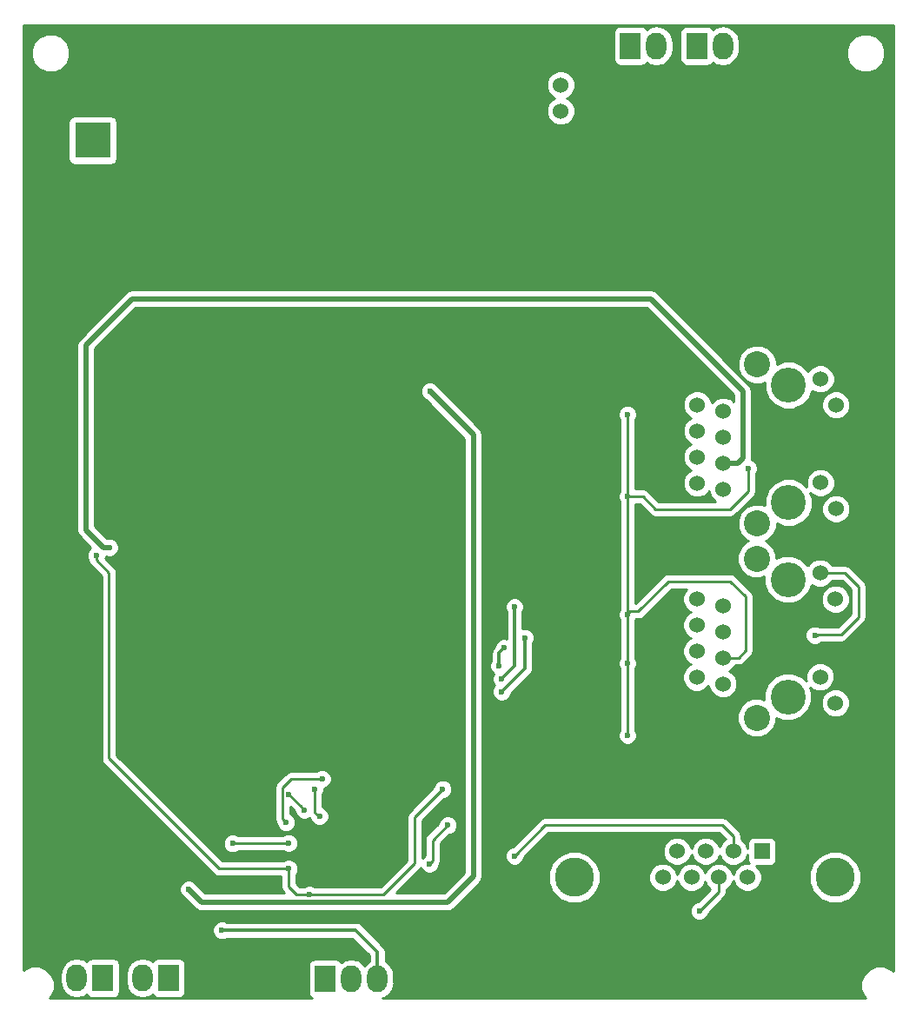
<source format=gbr>
G04 #@! TF.FileFunction,Copper,L2,Bot,Signal*
%FSLAX46Y46*%
G04 Gerber Fmt 4.6, Leading zero omitted, Abs format (unit mm)*
G04 Created by KiCad (PCBNEW 4.0.2-stable) date 09/06/16 16:45:41*
%MOMM*%
G01*
G04 APERTURE LIST*
%ADD10C,0.100000*%
%ADD11R,3.500120X3.500120*%
%ADD12C,3.810000*%
%ADD13R,1.524000X1.524000*%
%ADD14C,1.524000*%
%ADD15C,3.400000*%
%ADD16C,2.540000*%
%ADD17R,2.000000X2.600000*%
%ADD18O,2.000000X2.600000*%
%ADD19C,0.600000*%
%ADD20C,0.500000*%
%ADD21C,0.250000*%
%ADD22C,0.300000*%
%ADD23C,0.350000*%
%ADD24C,0.254000*%
G04 APERTURE END LIST*
D10*
D11*
X109400000Y-63799480D03*
X109400000Y-57800000D03*
X104701000Y-60799740D03*
D12*
X156303000Y-135600000D03*
X181703000Y-135600000D03*
D13*
X174591000Y-133060000D03*
D14*
X171797000Y-133060000D03*
X169130000Y-133060000D03*
X166336000Y-133060000D03*
X163542000Y-133060000D03*
X173194000Y-135600000D03*
X170400000Y-135600000D03*
X167733000Y-135600000D03*
X164939000Y-135600000D03*
D15*
X177182000Y-87650000D03*
X177182000Y-99080000D03*
D14*
X170832000Y-97810000D03*
X168292000Y-97175000D03*
X170832000Y-95270000D03*
X168292000Y-94635000D03*
X170832000Y-92730000D03*
X168292000Y-92095000D03*
X170832000Y-90190000D03*
D16*
X174134000Y-85618000D03*
X174134000Y-101112000D03*
D14*
X180300000Y-97150000D03*
X181820000Y-89580000D03*
X181820000Y-99690000D03*
X180300000Y-87040000D03*
X168292000Y-89555000D03*
D15*
X177140000Y-106570000D03*
X177140000Y-118000000D03*
D14*
X170790000Y-116730000D03*
X168250000Y-116095000D03*
X170790000Y-114190000D03*
X168250000Y-113555000D03*
X170790000Y-111650000D03*
X168250000Y-111015000D03*
X170790000Y-109110000D03*
D16*
X174092000Y-104538000D03*
X174092000Y-120032000D03*
D14*
X180258000Y-116070000D03*
X181778000Y-108500000D03*
X181778000Y-118610000D03*
X180258000Y-105960000D03*
X168250000Y-108475000D03*
D17*
X132060000Y-145500000D03*
D18*
X134600000Y-145500000D03*
X137140000Y-145500000D03*
X139680000Y-145500000D03*
D17*
X161800000Y-54600000D03*
D18*
X164340000Y-54600000D03*
D17*
X168260000Y-54600000D03*
D18*
X170800000Y-54600000D03*
D14*
X155000000Y-58400000D03*
X155000000Y-55860000D03*
X155000000Y-60940000D03*
D17*
X110400000Y-145400000D03*
D18*
X107860000Y-145400000D03*
D17*
X116800000Y-145400000D03*
D18*
X114260000Y-145400000D03*
D19*
X121120000Y-107910000D03*
X121120000Y-97750000D03*
X130010000Y-90130000D03*
X138900000Y-97750000D03*
X138900000Y-107910000D03*
X130010000Y-115530000D03*
X132800000Y-134400000D03*
X134525000Y-134400000D03*
X134525000Y-132675000D03*
X132800000Y-132675000D03*
X153500000Y-115750000D03*
X152500000Y-109750000D03*
X152350000Y-92750000D03*
X153500000Y-98500000D03*
X130250000Y-135500000D03*
X169500000Y-71250000D03*
X129500000Y-139500000D03*
X126800000Y-136200000D03*
X179750000Y-112000000D03*
X143500000Y-127000000D03*
X109750000Y-104250000D03*
X130500000Y-137250000D03*
X128500000Y-134750000D03*
X118750000Y-136750000D03*
X142250000Y-88250000D03*
X173250000Y-95750000D03*
X161500000Y-98500000D03*
X161500000Y-110000000D03*
X161500000Y-114750000D03*
X161500000Y-121750000D03*
X161500000Y-90500000D03*
X111035000Y-103465000D03*
X150500000Y-133500000D03*
X144000000Y-130500000D03*
X142212500Y-134287500D03*
X168500000Y-138875020D03*
X149500000Y-113250000D03*
X149000000Y-115000000D03*
X149250000Y-116250000D03*
X150500000Y-109250000D03*
X151500000Y-112250000D03*
X149250000Y-117500000D03*
X122000000Y-140750000D03*
X128500000Y-132250000D03*
X123037500Y-132287500D03*
X130000000Y-129025010D03*
X128500000Y-127500000D03*
X131500000Y-129650020D03*
X131000000Y-127000000D03*
X128250000Y-130250000D03*
X131750000Y-126000000D03*
D20*
X126800000Y-136200000D02*
X126300000Y-136200000D01*
D21*
X179750000Y-112000000D02*
X180000000Y-112000000D01*
X180000000Y-112000000D02*
X180049999Y-111950001D01*
X180049999Y-111950001D02*
X182299999Y-111950001D01*
X182299999Y-111950001D02*
X184000000Y-110250000D01*
X184000000Y-110250000D02*
X184000000Y-107250000D01*
X184000000Y-107250000D02*
X182710000Y-105960000D01*
X182710000Y-105960000D02*
X180258000Y-105960000D01*
X111000000Y-124000000D02*
X121750000Y-134750000D01*
X121750000Y-134750000D02*
X128500000Y-134750000D01*
X111000000Y-105924264D02*
X111000000Y-124000000D01*
X109750000Y-104250000D02*
X109750000Y-104674264D01*
X109750000Y-104674264D02*
X111000000Y-105924264D01*
X130500000Y-137250000D02*
X137750000Y-137250000D01*
X137750000Y-137250000D02*
X140750000Y-134250000D01*
X140750000Y-134250000D02*
X140750000Y-129750000D01*
X140750000Y-129750000D02*
X143500000Y-127000000D01*
X129250000Y-137250000D02*
X130500000Y-137250000D01*
X128500000Y-136500000D02*
X129250000Y-137250000D01*
X128500000Y-135174264D02*
X128500000Y-136500000D01*
X128500000Y-134750000D02*
X128500000Y-135174264D01*
D20*
X119049999Y-137049999D02*
X118750000Y-136750000D01*
X146500000Y-135500002D02*
X144000001Y-138000001D01*
X142250000Y-88250000D02*
X146500000Y-92500000D01*
X146500000Y-92500000D02*
X146500000Y-135500002D01*
X120000001Y-138000001D02*
X119049999Y-137049999D01*
X144000001Y-138000001D02*
X120000001Y-138000001D01*
D21*
X161500000Y-114750000D02*
X161500000Y-121750000D01*
X161500000Y-110000000D02*
X161500000Y-114750000D01*
X161500000Y-98500000D02*
X161500000Y-110000000D01*
X161500000Y-90500000D02*
X161500000Y-98500000D01*
X161500000Y-110000000D02*
X161799999Y-109700001D01*
X161799999Y-109700001D02*
X162549999Y-109700001D01*
X173000000Y-113500000D02*
X172310000Y-114190000D01*
X162549999Y-109700001D02*
X165500000Y-106750000D01*
X165500000Y-106750000D02*
X171500000Y-106750000D01*
X171500000Y-106750000D02*
X173000000Y-108250000D01*
X173000000Y-108250000D02*
X173000000Y-113500000D01*
X172310000Y-114190000D02*
X170790000Y-114190000D01*
X164250000Y-99750000D02*
X163000000Y-98500000D01*
X163000000Y-98500000D02*
X161500000Y-98500000D01*
X171500000Y-99750000D02*
X164250000Y-99750000D01*
X173250000Y-98000000D02*
X171500000Y-99750000D01*
X173250000Y-95750000D02*
X173250000Y-98000000D01*
D20*
X111035000Y-103465000D02*
X110465000Y-103465000D01*
X108750000Y-101750000D02*
X108750000Y-83750000D01*
X163750000Y-79250000D02*
X172750000Y-88250000D01*
X110465000Y-103465000D02*
X108750000Y-101750000D01*
X108750000Y-83750000D02*
X113250000Y-79250000D01*
X113250000Y-79250000D02*
X163750000Y-79250000D01*
X172750000Y-88250000D02*
X172750000Y-94750000D01*
X172750000Y-94750000D02*
X172230000Y-95270000D01*
X172230000Y-95270000D02*
X170832000Y-95270000D01*
D21*
X170750000Y-130500000D02*
X171797000Y-131547000D01*
X171797000Y-131547000D02*
X171797000Y-133060000D01*
X153500000Y-130500000D02*
X170750000Y-130500000D01*
X150500000Y-133500000D02*
X153500000Y-130500000D01*
X142512499Y-131987501D02*
X144000000Y-130500000D01*
X142212500Y-134287500D02*
X142512499Y-133987501D01*
X142512499Y-133987501D02*
X142512499Y-131987501D01*
X168799999Y-138575021D02*
X168500000Y-138875020D01*
X170400000Y-136975020D02*
X168799999Y-138575021D01*
X170400000Y-135600000D02*
X170400000Y-136975020D01*
D22*
X149000000Y-113750000D02*
X149500000Y-113250000D01*
X149000000Y-115000000D02*
X149000000Y-113750000D01*
X150500000Y-115000000D02*
X149250000Y-116250000D01*
X150500000Y-109250000D02*
X150500000Y-115000000D01*
X151500000Y-115250000D02*
X151500000Y-112250000D01*
X149250000Y-117500000D02*
X151500000Y-115250000D01*
D23*
X135000000Y-140750000D02*
X137140000Y-142890000D01*
X137140000Y-142890000D02*
X137140000Y-145500000D01*
X122000000Y-140750000D02*
X135000000Y-140750000D01*
D21*
X128462500Y-132287500D02*
X128500000Y-132250000D01*
X123037500Y-132287500D02*
X128462500Y-132287500D01*
X129750000Y-128750000D02*
X129750000Y-128775010D01*
X129750000Y-128775010D02*
X130000000Y-129025010D01*
X128500000Y-127500000D02*
X129750000Y-128750000D01*
X131000000Y-129250000D02*
X131400020Y-129650020D01*
X131400020Y-129650020D02*
X131500000Y-129650020D01*
X131000000Y-127000000D02*
X131000000Y-129250000D01*
X127874999Y-129874999D02*
X128250000Y-130250000D01*
X128750000Y-126000000D02*
X127874999Y-126875001D01*
X127874999Y-126875001D02*
X127874999Y-129874999D01*
X131750000Y-126000000D02*
X128750000Y-126000000D01*
D24*
G36*
X187373000Y-144707102D02*
X187169161Y-144502907D01*
X186476595Y-144215328D01*
X185726695Y-144214674D01*
X185033628Y-144501043D01*
X184502907Y-145030839D01*
X184215328Y-145723405D01*
X184214674Y-146473305D01*
X184501043Y-147166372D01*
X184707311Y-147373000D01*
X137642276Y-147373000D01*
X137765687Y-147348452D01*
X138296120Y-146994029D01*
X138650543Y-146463596D01*
X138775000Y-145837909D01*
X138775000Y-145162091D01*
X138650543Y-144536404D01*
X138296120Y-144005971D01*
X137950000Y-143774702D01*
X137950000Y-142890000D01*
X137888342Y-142580026D01*
X137800549Y-142448635D01*
X137712756Y-142317243D01*
X135572756Y-140177244D01*
X135309974Y-140001658D01*
X135000000Y-139940000D01*
X122487441Y-139940000D01*
X122186799Y-139815162D01*
X121814833Y-139814838D01*
X121471057Y-139956883D01*
X121207808Y-140219673D01*
X121065162Y-140563201D01*
X121064838Y-140935167D01*
X121206883Y-141278943D01*
X121469673Y-141542192D01*
X121813201Y-141684838D01*
X122185167Y-141685162D01*
X122488083Y-141560000D01*
X134664488Y-141560000D01*
X136330000Y-143225513D01*
X136330000Y-143774702D01*
X135983880Y-144005971D01*
X135870000Y-144176405D01*
X135756120Y-144005971D01*
X135225687Y-143651548D01*
X134600000Y-143527091D01*
X133974313Y-143651548D01*
X133615808Y-143891093D01*
X133524090Y-143748559D01*
X133311890Y-143603569D01*
X133060000Y-143552560D01*
X131060000Y-143552560D01*
X130824683Y-143596838D01*
X130608559Y-143735910D01*
X130463569Y-143948110D01*
X130412560Y-144200000D01*
X130412560Y-146800000D01*
X130456838Y-147035317D01*
X130595910Y-147251441D01*
X130773818Y-147373000D01*
X105192898Y-147373000D01*
X105397093Y-147169161D01*
X105684672Y-146476595D01*
X105685326Y-145726695D01*
X105410718Y-145062091D01*
X106225000Y-145062091D01*
X106225000Y-145737909D01*
X106349457Y-146363596D01*
X106703880Y-146894029D01*
X107234313Y-147248452D01*
X107860000Y-147372909D01*
X108485687Y-147248452D01*
X108844192Y-147008907D01*
X108935910Y-147151441D01*
X109148110Y-147296431D01*
X109400000Y-147347440D01*
X111400000Y-147347440D01*
X111635317Y-147303162D01*
X111851441Y-147164090D01*
X111996431Y-146951890D01*
X112047440Y-146700000D01*
X112047440Y-145062091D01*
X112625000Y-145062091D01*
X112625000Y-145737909D01*
X112749457Y-146363596D01*
X113103880Y-146894029D01*
X113634313Y-147248452D01*
X114260000Y-147372909D01*
X114885687Y-147248452D01*
X115244192Y-147008907D01*
X115335910Y-147151441D01*
X115548110Y-147296431D01*
X115800000Y-147347440D01*
X117800000Y-147347440D01*
X118035317Y-147303162D01*
X118251441Y-147164090D01*
X118396431Y-146951890D01*
X118447440Y-146700000D01*
X118447440Y-144100000D01*
X118403162Y-143864683D01*
X118264090Y-143648559D01*
X118051890Y-143503569D01*
X117800000Y-143452560D01*
X115800000Y-143452560D01*
X115564683Y-143496838D01*
X115348559Y-143635910D01*
X115243049Y-143790329D01*
X114885687Y-143551548D01*
X114260000Y-143427091D01*
X113634313Y-143551548D01*
X113103880Y-143905971D01*
X112749457Y-144436404D01*
X112625000Y-145062091D01*
X112047440Y-145062091D01*
X112047440Y-144100000D01*
X112003162Y-143864683D01*
X111864090Y-143648559D01*
X111651890Y-143503569D01*
X111400000Y-143452560D01*
X109400000Y-143452560D01*
X109164683Y-143496838D01*
X108948559Y-143635910D01*
X108843049Y-143790329D01*
X108485687Y-143551548D01*
X107860000Y-143427091D01*
X107234313Y-143551548D01*
X106703880Y-143905971D01*
X106349457Y-144436404D01*
X106225000Y-145062091D01*
X105410718Y-145062091D01*
X105398957Y-145033628D01*
X104869161Y-144502907D01*
X104176595Y-144215328D01*
X103426695Y-144214674D01*
X102733628Y-144501043D01*
X102627000Y-144607485D01*
X102627000Y-83750000D01*
X107864999Y-83750000D01*
X107865000Y-83750005D01*
X107865000Y-101749995D01*
X107864999Y-101750000D01*
X107921190Y-102032484D01*
X107932367Y-102088675D01*
X107999860Y-102189686D01*
X108124210Y-102375790D01*
X109213173Y-103464753D01*
X108957808Y-103719673D01*
X108815162Y-104063201D01*
X108814838Y-104435167D01*
X108956883Y-104778943D01*
X109024245Y-104846422D01*
X109047852Y-104965103D01*
X109212599Y-105211665D01*
X110240000Y-106239066D01*
X110240000Y-124000000D01*
X110297852Y-124290839D01*
X110462599Y-124537401D01*
X121212599Y-135287401D01*
X121459161Y-135452148D01*
X121750000Y-135510000D01*
X127740000Y-135510000D01*
X127740000Y-136500000D01*
X127797852Y-136790839D01*
X127962599Y-137037401D01*
X128040199Y-137115001D01*
X120366580Y-137115001D01*
X119675789Y-136424209D01*
X119675786Y-136424207D01*
X119592745Y-136341165D01*
X119543117Y-136221057D01*
X119280327Y-135957808D01*
X118936799Y-135815162D01*
X118564833Y-135814838D01*
X118221057Y-135956883D01*
X117957808Y-136219673D01*
X117815162Y-136563201D01*
X117814838Y-136935167D01*
X117956883Y-137278943D01*
X118219673Y-137542192D01*
X118340987Y-137592566D01*
X118424207Y-137675786D01*
X118424209Y-137675789D01*
X119374209Y-138625788D01*
X119374211Y-138625791D01*
X119661326Y-138817634D01*
X119717517Y-138828811D01*
X120000001Y-138885002D01*
X120000006Y-138885001D01*
X143999996Y-138885001D01*
X144000001Y-138885002D01*
X144282485Y-138828811D01*
X144338676Y-138817634D01*
X144625791Y-138625791D01*
X147125787Y-136125794D01*
X147125790Y-136125792D01*
X147141005Y-136103021D01*
X153762560Y-136103021D01*
X154148437Y-137036915D01*
X154862327Y-137752052D01*
X155795546Y-138139559D01*
X156806021Y-138140440D01*
X157739915Y-137754563D01*
X158455052Y-137040673D01*
X158842559Y-136107454D01*
X158843440Y-135096979D01*
X158457563Y-134163085D01*
X157743673Y-133447948D01*
X156810454Y-133060441D01*
X155799979Y-133059560D01*
X154866085Y-133445437D01*
X154150948Y-134159327D01*
X153763441Y-135092546D01*
X153762560Y-136103021D01*
X147141005Y-136103021D01*
X147317633Y-135838677D01*
X147385000Y-135500002D01*
X147385000Y-133685167D01*
X149564838Y-133685167D01*
X149706883Y-134028943D01*
X149969673Y-134292192D01*
X150313201Y-134434838D01*
X150685167Y-134435162D01*
X151028943Y-134293117D01*
X151292192Y-134030327D01*
X151434838Y-133686799D01*
X151434879Y-133639923D01*
X153814802Y-131260000D01*
X170435198Y-131260000D01*
X171037000Y-131861802D01*
X171037000Y-131862469D01*
X171006697Y-131874990D01*
X170613371Y-132267630D01*
X170463394Y-132628815D01*
X170315010Y-132269697D01*
X169922370Y-131876371D01*
X169409100Y-131663243D01*
X168853339Y-131662758D01*
X168339697Y-131874990D01*
X167946371Y-132267630D01*
X167733243Y-132780900D01*
X167733241Y-132783336D01*
X167521010Y-132269697D01*
X167128370Y-131876371D01*
X166615100Y-131663243D01*
X166059339Y-131662758D01*
X165545697Y-131874990D01*
X165152371Y-132267630D01*
X164939243Y-132780900D01*
X164938758Y-133336661D01*
X165150990Y-133850303D01*
X165543630Y-134243629D01*
X166056900Y-134456757D01*
X166612661Y-134457242D01*
X167126303Y-134245010D01*
X167519629Y-133852370D01*
X167732757Y-133339100D01*
X167732759Y-133336664D01*
X167944990Y-133850303D01*
X168337630Y-134243629D01*
X168850900Y-134456757D01*
X169406661Y-134457242D01*
X169920303Y-134245010D01*
X170313629Y-133852370D01*
X170463606Y-133491185D01*
X170611990Y-133850303D01*
X171004630Y-134243629D01*
X171517900Y-134456757D01*
X172073661Y-134457242D01*
X172587303Y-134245010D01*
X172980629Y-133852370D01*
X173181560Y-133368474D01*
X173181560Y-133822000D01*
X173225838Y-134057317D01*
X173319653Y-134203109D01*
X172917339Y-134202758D01*
X172403697Y-134414990D01*
X172010371Y-134807630D01*
X171797243Y-135320900D01*
X171797241Y-135323336D01*
X171585010Y-134809697D01*
X171192370Y-134416371D01*
X170679100Y-134203243D01*
X170123339Y-134202758D01*
X169609697Y-134414990D01*
X169216371Y-134807630D01*
X169066394Y-135168815D01*
X168918010Y-134809697D01*
X168525370Y-134416371D01*
X168012100Y-134203243D01*
X167456339Y-134202758D01*
X166942697Y-134414990D01*
X166549371Y-134807630D01*
X166336243Y-135320900D01*
X166336241Y-135323336D01*
X166124010Y-134809697D01*
X165731370Y-134416371D01*
X165218100Y-134203243D01*
X164662339Y-134202758D01*
X164148697Y-134414990D01*
X163755371Y-134807630D01*
X163542243Y-135320900D01*
X163541758Y-135876661D01*
X163753990Y-136390303D01*
X164146630Y-136783629D01*
X164659900Y-136996757D01*
X165215661Y-136997242D01*
X165729303Y-136785010D01*
X166122629Y-136392370D01*
X166335757Y-135879100D01*
X166335759Y-135876664D01*
X166547990Y-136390303D01*
X166940630Y-136783629D01*
X167453900Y-136996757D01*
X168009661Y-136997242D01*
X168523303Y-136785010D01*
X168916629Y-136392370D01*
X169066606Y-136031185D01*
X169214990Y-136390303D01*
X169562149Y-136738069D01*
X168360320Y-137939898D01*
X168314833Y-137939858D01*
X167971057Y-138081903D01*
X167707808Y-138344693D01*
X167565162Y-138688221D01*
X167564838Y-139060187D01*
X167706883Y-139403963D01*
X167969673Y-139667212D01*
X168313201Y-139809858D01*
X168685167Y-139810182D01*
X169028943Y-139668137D01*
X169292192Y-139405347D01*
X169434838Y-139061819D01*
X169434879Y-139014943D01*
X170937401Y-137512421D01*
X171102148Y-137265859D01*
X171160000Y-136975020D01*
X171160000Y-136797531D01*
X171190303Y-136785010D01*
X171583629Y-136392370D01*
X171796757Y-135879100D01*
X171796759Y-135876664D01*
X172008990Y-136390303D01*
X172401630Y-136783629D01*
X172914900Y-136996757D01*
X173470661Y-136997242D01*
X173984303Y-136785010D01*
X174377629Y-136392370D01*
X174497777Y-136103021D01*
X179162560Y-136103021D01*
X179548437Y-137036915D01*
X180262327Y-137752052D01*
X181195546Y-138139559D01*
X182206021Y-138140440D01*
X183139915Y-137754563D01*
X183855052Y-137040673D01*
X184242559Y-136107454D01*
X184243440Y-135096979D01*
X183857563Y-134163085D01*
X183143673Y-133447948D01*
X182210454Y-133060441D01*
X181199979Y-133059560D01*
X180266085Y-133445437D01*
X179550948Y-134159327D01*
X179163441Y-135092546D01*
X179162560Y-136103021D01*
X174497777Y-136103021D01*
X174590757Y-135879100D01*
X174591242Y-135323339D01*
X174379010Y-134809697D01*
X174039346Y-134469440D01*
X175353000Y-134469440D01*
X175588317Y-134425162D01*
X175804441Y-134286090D01*
X175949431Y-134073890D01*
X176000440Y-133822000D01*
X176000440Y-132298000D01*
X175956162Y-132062683D01*
X175817090Y-131846559D01*
X175604890Y-131701569D01*
X175353000Y-131650560D01*
X173829000Y-131650560D01*
X173593683Y-131694838D01*
X173377559Y-131833910D01*
X173232569Y-132046110D01*
X173181560Y-132298000D01*
X173181560Y-132752646D01*
X172982010Y-132269697D01*
X172589370Y-131876371D01*
X172557000Y-131862930D01*
X172557000Y-131547000D01*
X172499148Y-131256161D01*
X172334401Y-131009599D01*
X171287401Y-129962599D01*
X171040839Y-129797852D01*
X170750000Y-129740000D01*
X153500000Y-129740000D01*
X153209161Y-129797852D01*
X152962599Y-129962599D01*
X150360320Y-132564878D01*
X150314833Y-132564838D01*
X149971057Y-132706883D01*
X149707808Y-132969673D01*
X149565162Y-133313201D01*
X149564838Y-133685167D01*
X147385000Y-133685167D01*
X147385000Y-115185167D01*
X148064838Y-115185167D01*
X148206883Y-115528943D01*
X148440027Y-115762494D01*
X148315162Y-116063201D01*
X148314838Y-116435167D01*
X148456883Y-116778943D01*
X148552710Y-116874937D01*
X148457808Y-116969673D01*
X148315162Y-117313201D01*
X148314838Y-117685167D01*
X148456883Y-118028943D01*
X148719673Y-118292192D01*
X149063201Y-118434838D01*
X149435167Y-118435162D01*
X149778943Y-118293117D01*
X150042192Y-118030327D01*
X150184838Y-117686799D01*
X150184848Y-117675310D01*
X152055076Y-115805081D01*
X152055079Y-115805079D01*
X152225245Y-115550406D01*
X152260134Y-115375010D01*
X152285001Y-115250000D01*
X152285000Y-115249995D01*
X152285000Y-112787506D01*
X152292192Y-112780327D01*
X152434838Y-112436799D01*
X152435162Y-112064833D01*
X152293117Y-111721057D01*
X152030327Y-111457808D01*
X151686799Y-111315162D01*
X151314833Y-111314838D01*
X151285000Y-111327165D01*
X151285000Y-109787506D01*
X151292192Y-109780327D01*
X151434838Y-109436799D01*
X151435162Y-109064833D01*
X151293117Y-108721057D01*
X151030327Y-108457808D01*
X150686799Y-108315162D01*
X150314833Y-108314838D01*
X149971057Y-108456883D01*
X149707808Y-108719673D01*
X149565162Y-109063201D01*
X149564838Y-109435167D01*
X149706883Y-109778943D01*
X149715000Y-109787074D01*
X149715000Y-112326872D01*
X149686799Y-112315162D01*
X149314833Y-112314838D01*
X148971057Y-112456883D01*
X148707808Y-112719673D01*
X148565162Y-113063201D01*
X148565152Y-113074690D01*
X148444921Y-113194921D01*
X148274755Y-113449593D01*
X148254702Y-113550406D01*
X148215000Y-113750000D01*
X148215000Y-114462494D01*
X148207808Y-114469673D01*
X148065162Y-114813201D01*
X148064838Y-115185167D01*
X147385000Y-115185167D01*
X147385000Y-92500005D01*
X147385001Y-92500000D01*
X147317633Y-92161326D01*
X147317633Y-92161325D01*
X147125790Y-91874210D01*
X147125787Y-91874208D01*
X143092744Y-87841164D01*
X143043117Y-87721057D01*
X142780327Y-87457808D01*
X142436799Y-87315162D01*
X142064833Y-87314838D01*
X141721057Y-87456883D01*
X141457808Y-87719673D01*
X141315162Y-88063201D01*
X141314838Y-88435167D01*
X141456883Y-88778943D01*
X141719673Y-89042192D01*
X141840986Y-89092566D01*
X145615000Y-92866579D01*
X145615000Y-135133423D01*
X143633421Y-137115001D01*
X138959801Y-137115001D01*
X141287401Y-134787401D01*
X141361538Y-134676447D01*
X141419383Y-134816443D01*
X141682173Y-135079692D01*
X142025701Y-135222338D01*
X142397667Y-135222662D01*
X142741443Y-135080617D01*
X143004692Y-134817827D01*
X143147338Y-134474299D01*
X143147421Y-134378951D01*
X143214647Y-134278340D01*
X143272499Y-133987501D01*
X143272499Y-132302303D01*
X144139680Y-131435122D01*
X144185167Y-131435162D01*
X144528943Y-131293117D01*
X144792192Y-131030327D01*
X144934838Y-130686799D01*
X144935162Y-130314833D01*
X144793117Y-129971057D01*
X144530327Y-129707808D01*
X144186799Y-129565162D01*
X143814833Y-129564838D01*
X143471057Y-129706883D01*
X143207808Y-129969673D01*
X143065162Y-130313201D01*
X143065121Y-130360077D01*
X141975098Y-131450100D01*
X141810351Y-131696662D01*
X141752499Y-131987501D01*
X141752499Y-133465897D01*
X141683557Y-133494383D01*
X141510000Y-133667637D01*
X141510000Y-130064802D01*
X143639680Y-127935122D01*
X143685167Y-127935162D01*
X144028943Y-127793117D01*
X144292192Y-127530327D01*
X144434838Y-127186799D01*
X144435162Y-126814833D01*
X144293117Y-126471057D01*
X144030327Y-126207808D01*
X143686799Y-126065162D01*
X143314833Y-126064838D01*
X142971057Y-126206883D01*
X142707808Y-126469673D01*
X142565162Y-126813201D01*
X142565121Y-126860077D01*
X140212599Y-129212599D01*
X140047852Y-129459161D01*
X139990000Y-129750000D01*
X139990000Y-133935198D01*
X137435198Y-136490000D01*
X131062463Y-136490000D01*
X131030327Y-136457808D01*
X130686799Y-136315162D01*
X130314833Y-136314838D01*
X129971057Y-136456883D01*
X129937882Y-136490000D01*
X129564802Y-136490000D01*
X129260000Y-136185198D01*
X129260000Y-135312463D01*
X129292192Y-135280327D01*
X129434838Y-134936799D01*
X129435162Y-134564833D01*
X129293117Y-134221057D01*
X129030327Y-133957808D01*
X128686799Y-133815162D01*
X128314833Y-133814838D01*
X127971057Y-133956883D01*
X127937882Y-133990000D01*
X122064802Y-133990000D01*
X120547469Y-132472667D01*
X122102338Y-132472667D01*
X122244383Y-132816443D01*
X122507173Y-133079692D01*
X122850701Y-133222338D01*
X123222667Y-133222662D01*
X123566443Y-133080617D01*
X123599618Y-133047500D01*
X127982456Y-133047500D01*
X128313201Y-133184838D01*
X128685167Y-133185162D01*
X129028943Y-133043117D01*
X129292192Y-132780327D01*
X129434838Y-132436799D01*
X129435162Y-132064833D01*
X129293117Y-131721057D01*
X129030327Y-131457808D01*
X128686799Y-131315162D01*
X128314833Y-131314838D01*
X127971057Y-131456883D01*
X127900317Y-131527500D01*
X123599963Y-131527500D01*
X123567827Y-131495308D01*
X123224299Y-131352662D01*
X122852333Y-131352338D01*
X122508557Y-131494383D01*
X122245308Y-131757173D01*
X122102662Y-132100701D01*
X122102338Y-132472667D01*
X120547469Y-132472667D01*
X114949803Y-126875001D01*
X127114999Y-126875001D01*
X127114999Y-129874999D01*
X127172851Y-130165838D01*
X127314887Y-130378411D01*
X127314838Y-130435167D01*
X127456883Y-130778943D01*
X127719673Y-131042192D01*
X128063201Y-131184838D01*
X128435167Y-131185162D01*
X128778943Y-131043117D01*
X129042192Y-130780327D01*
X129184838Y-130436799D01*
X129185162Y-130064833D01*
X129043117Y-129721057D01*
X128780327Y-129457808D01*
X128634999Y-129397462D01*
X128634999Y-128709801D01*
X129064899Y-129139701D01*
X129064838Y-129210177D01*
X129206883Y-129553953D01*
X129469673Y-129817202D01*
X129813201Y-129959848D01*
X130185167Y-129960172D01*
X130503739Y-129828541D01*
X130603180Y-129927982D01*
X130706883Y-130178963D01*
X130969673Y-130442212D01*
X131313201Y-130584858D01*
X131685167Y-130585182D01*
X132028943Y-130443137D01*
X132292192Y-130180347D01*
X132434838Y-129836819D01*
X132435162Y-129464853D01*
X132293117Y-129121077D01*
X132030327Y-128857828D01*
X131760000Y-128745578D01*
X131760000Y-127562463D01*
X131792192Y-127530327D01*
X131934838Y-127186799D01*
X131935057Y-126935162D01*
X131935167Y-126935162D01*
X132278943Y-126793117D01*
X132542192Y-126530327D01*
X132684838Y-126186799D01*
X132685162Y-125814833D01*
X132543117Y-125471057D01*
X132280327Y-125207808D01*
X131936799Y-125065162D01*
X131564833Y-125064838D01*
X131221057Y-125206883D01*
X131187882Y-125240000D01*
X128750000Y-125240000D01*
X128459160Y-125297852D01*
X128212599Y-125462599D01*
X127337598Y-126337600D01*
X127172851Y-126584162D01*
X127114999Y-126875001D01*
X114949803Y-126875001D01*
X111760000Y-123685198D01*
X111760000Y-105924264D01*
X111702148Y-105633425D01*
X111537401Y-105386863D01*
X110656231Y-104505693D01*
X110684838Y-104436799D01*
X110684914Y-104350000D01*
X110728178Y-104350000D01*
X110848201Y-104399838D01*
X111220167Y-104400162D01*
X111563943Y-104258117D01*
X111827192Y-103995327D01*
X111969838Y-103651799D01*
X111970162Y-103279833D01*
X111828117Y-102936057D01*
X111565327Y-102672808D01*
X111221799Y-102530162D01*
X110849833Y-102529838D01*
X110801421Y-102549842D01*
X109635000Y-101383420D01*
X109635000Y-84116580D01*
X113616579Y-80135000D01*
X163383420Y-80135000D01*
X171865000Y-88616579D01*
X171865000Y-89247421D01*
X171624370Y-89006371D01*
X171111100Y-88793243D01*
X170555339Y-88792758D01*
X170041697Y-89004990D01*
X169689173Y-89356899D01*
X169689242Y-89278339D01*
X169477010Y-88764697D01*
X169084370Y-88371371D01*
X168571100Y-88158243D01*
X168015339Y-88157758D01*
X167501697Y-88369990D01*
X167108371Y-88762630D01*
X166895243Y-89275900D01*
X166894758Y-89831661D01*
X167106990Y-90345303D01*
X167499630Y-90738629D01*
X167707512Y-90824949D01*
X167501697Y-90909990D01*
X167108371Y-91302630D01*
X166895243Y-91815900D01*
X166894758Y-92371661D01*
X167106990Y-92885303D01*
X167499630Y-93278629D01*
X167707512Y-93364949D01*
X167501697Y-93449990D01*
X167108371Y-93842630D01*
X166895243Y-94355900D01*
X166894758Y-94911661D01*
X167106990Y-95425303D01*
X167499630Y-95818629D01*
X167707512Y-95904949D01*
X167501697Y-95989990D01*
X167108371Y-96382630D01*
X166895243Y-96895900D01*
X166894758Y-97451661D01*
X167106990Y-97965303D01*
X167499630Y-98358629D01*
X168012900Y-98571757D01*
X168568661Y-98572242D01*
X169082303Y-98360010D01*
X169434827Y-98008101D01*
X169434758Y-98086661D01*
X169646990Y-98600303D01*
X170036007Y-98990000D01*
X164564802Y-98990000D01*
X163537401Y-97962599D01*
X163290839Y-97797852D01*
X163000000Y-97740000D01*
X162260000Y-97740000D01*
X162260000Y-91062463D01*
X162292192Y-91030327D01*
X162434838Y-90686799D01*
X162435162Y-90314833D01*
X162293117Y-89971057D01*
X162030327Y-89707808D01*
X161686799Y-89565162D01*
X161314833Y-89564838D01*
X160971057Y-89706883D01*
X160707808Y-89969673D01*
X160565162Y-90313201D01*
X160564838Y-90685167D01*
X160706883Y-91028943D01*
X160740000Y-91062118D01*
X160740000Y-97937537D01*
X160707808Y-97969673D01*
X160565162Y-98313201D01*
X160564838Y-98685167D01*
X160706883Y-99028943D01*
X160740000Y-99062118D01*
X160740000Y-109437537D01*
X160707808Y-109469673D01*
X160565162Y-109813201D01*
X160564838Y-110185167D01*
X160706883Y-110528943D01*
X160740000Y-110562118D01*
X160740000Y-114187537D01*
X160707808Y-114219673D01*
X160565162Y-114563201D01*
X160564838Y-114935167D01*
X160706883Y-115278943D01*
X160740000Y-115312118D01*
X160740000Y-121187537D01*
X160707808Y-121219673D01*
X160565162Y-121563201D01*
X160564838Y-121935167D01*
X160706883Y-122278943D01*
X160969673Y-122542192D01*
X161313201Y-122684838D01*
X161685167Y-122685162D01*
X162028943Y-122543117D01*
X162292192Y-122280327D01*
X162434838Y-121936799D01*
X162435162Y-121564833D01*
X162293117Y-121221057D01*
X162260000Y-121187882D01*
X162260000Y-120409265D01*
X172186670Y-120409265D01*
X172476078Y-121109686D01*
X173011495Y-121646039D01*
X173711410Y-121936668D01*
X174469265Y-121937330D01*
X175169686Y-121647922D01*
X175706039Y-121112505D01*
X175996668Y-120412590D01*
X175996982Y-120053677D01*
X176673502Y-120334593D01*
X177602422Y-120335404D01*
X178460943Y-119980671D01*
X179118362Y-119324398D01*
X179300126Y-118886661D01*
X180380758Y-118886661D01*
X180592990Y-119400303D01*
X180985630Y-119793629D01*
X181498900Y-120006757D01*
X182054661Y-120007242D01*
X182568303Y-119795010D01*
X182961629Y-119402370D01*
X183174757Y-118889100D01*
X183175242Y-118333339D01*
X182963010Y-117819697D01*
X182570370Y-117426371D01*
X182057100Y-117213243D01*
X181501339Y-117212758D01*
X180987697Y-117424990D01*
X180594371Y-117817630D01*
X180381243Y-118330900D01*
X180380758Y-118886661D01*
X179300126Y-118886661D01*
X179474593Y-118466498D01*
X179475404Y-117537578D01*
X179282123Y-117069801D01*
X179465630Y-117253629D01*
X179978900Y-117466757D01*
X180534661Y-117467242D01*
X181048303Y-117255010D01*
X181441629Y-116862370D01*
X181654757Y-116349100D01*
X181655242Y-115793339D01*
X181443010Y-115279697D01*
X181050370Y-114886371D01*
X180537100Y-114673243D01*
X179981339Y-114672758D01*
X179467697Y-114884990D01*
X179074371Y-115277630D01*
X178861243Y-115790900D01*
X178860758Y-116346661D01*
X178911538Y-116469559D01*
X178464398Y-116021638D01*
X177606498Y-115665407D01*
X176677578Y-115664596D01*
X175819057Y-116019329D01*
X175161638Y-116675602D01*
X174805407Y-117533502D01*
X174804768Y-118265264D01*
X174472590Y-118127332D01*
X173714735Y-118126670D01*
X173014314Y-118416078D01*
X172477961Y-118951495D01*
X172187332Y-119651410D01*
X172186670Y-120409265D01*
X162260000Y-120409265D01*
X162260000Y-115312463D01*
X162292192Y-115280327D01*
X162434838Y-114936799D01*
X162435162Y-114564833D01*
X162293117Y-114221057D01*
X162260000Y-114187882D01*
X162260000Y-110562463D01*
X162292192Y-110530327D01*
X162321394Y-110460001D01*
X162549999Y-110460001D01*
X162840838Y-110402149D01*
X163087400Y-110237402D01*
X165814802Y-107510000D01*
X167239303Y-107510000D01*
X167066371Y-107682630D01*
X166853243Y-108195900D01*
X166852758Y-108751661D01*
X167064990Y-109265303D01*
X167457630Y-109658629D01*
X167665512Y-109744949D01*
X167459697Y-109829990D01*
X167066371Y-110222630D01*
X166853243Y-110735900D01*
X166852758Y-111291661D01*
X167064990Y-111805303D01*
X167457630Y-112198629D01*
X167665512Y-112284949D01*
X167459697Y-112369990D01*
X167066371Y-112762630D01*
X166853243Y-113275900D01*
X166852758Y-113831661D01*
X167064990Y-114345303D01*
X167457630Y-114738629D01*
X167665512Y-114824949D01*
X167459697Y-114909990D01*
X167066371Y-115302630D01*
X166853243Y-115815900D01*
X166852758Y-116371661D01*
X167064990Y-116885303D01*
X167457630Y-117278629D01*
X167970900Y-117491757D01*
X168526661Y-117492242D01*
X169040303Y-117280010D01*
X169392827Y-116928101D01*
X169392758Y-117006661D01*
X169604990Y-117520303D01*
X169997630Y-117913629D01*
X170510900Y-118126757D01*
X171066661Y-118127242D01*
X171580303Y-117915010D01*
X171973629Y-117522370D01*
X172186757Y-117009100D01*
X172187242Y-116453339D01*
X171975010Y-115939697D01*
X171582370Y-115546371D01*
X171374488Y-115460051D01*
X171580303Y-115375010D01*
X171973629Y-114982370D01*
X171987070Y-114950000D01*
X172310000Y-114950000D01*
X172600839Y-114892148D01*
X172847401Y-114727401D01*
X173537401Y-114037401D01*
X173702148Y-113790840D01*
X173760000Y-113500000D01*
X173760000Y-108250000D01*
X173749239Y-108195900D01*
X173702148Y-107959160D01*
X173537401Y-107712599D01*
X172037401Y-106212599D01*
X171790839Y-106047852D01*
X171500000Y-105990000D01*
X165500000Y-105990000D01*
X165257414Y-106038254D01*
X165209160Y-106047852D01*
X164962599Y-106212599D01*
X162260000Y-108915198D01*
X162260000Y-104915265D01*
X172186670Y-104915265D01*
X172476078Y-105615686D01*
X173011495Y-106152039D01*
X173711410Y-106442668D01*
X174469265Y-106443330D01*
X174805232Y-106304511D01*
X174804596Y-107032422D01*
X175159329Y-107890943D01*
X175815602Y-108548362D01*
X176673502Y-108904593D01*
X177602422Y-108905404D01*
X177914004Y-108776661D01*
X180380758Y-108776661D01*
X180592990Y-109290303D01*
X180985630Y-109683629D01*
X181498900Y-109896757D01*
X182054661Y-109897242D01*
X182568303Y-109685010D01*
X182961629Y-109292370D01*
X183174757Y-108779100D01*
X183175242Y-108223339D01*
X182963010Y-107709697D01*
X182570370Y-107316371D01*
X182057100Y-107103243D01*
X181501339Y-107102758D01*
X180987697Y-107314990D01*
X180594371Y-107707630D01*
X180381243Y-108220900D01*
X180380758Y-108776661D01*
X177914004Y-108776661D01*
X178460943Y-108550671D01*
X179118362Y-107894398D01*
X179440543Y-107118499D01*
X179465630Y-107143629D01*
X179978900Y-107356757D01*
X180534661Y-107357242D01*
X181048303Y-107145010D01*
X181441629Y-106752370D01*
X181455070Y-106720000D01*
X182395198Y-106720000D01*
X183240000Y-107564803D01*
X183240000Y-109935198D01*
X181985197Y-111190001D01*
X180237443Y-111190001D01*
X179936799Y-111065162D01*
X179564833Y-111064838D01*
X179221057Y-111206883D01*
X178957808Y-111469673D01*
X178815162Y-111813201D01*
X178814838Y-112185167D01*
X178956883Y-112528943D01*
X179219673Y-112792192D01*
X179563201Y-112934838D01*
X179935167Y-112935162D01*
X180278943Y-112793117D01*
X180362204Y-112710001D01*
X182299999Y-112710001D01*
X182590838Y-112652149D01*
X182837400Y-112487402D01*
X184537401Y-110787401D01*
X184702148Y-110540840D01*
X184729735Y-110402149D01*
X184760000Y-110250000D01*
X184760000Y-107250000D01*
X184702148Y-106959161D01*
X184647480Y-106877345D01*
X184537401Y-106712598D01*
X183247401Y-105422599D01*
X183000839Y-105257852D01*
X182710000Y-105200000D01*
X181455531Y-105200000D01*
X181443010Y-105169697D01*
X181050370Y-104776371D01*
X180537100Y-104563243D01*
X179981339Y-104562758D01*
X179467697Y-104774990D01*
X179074371Y-105167630D01*
X179064094Y-105192381D01*
X178464398Y-104591638D01*
X177606498Y-104235407D01*
X176677578Y-104234596D01*
X175997020Y-104515796D01*
X175997330Y-104160735D01*
X175707922Y-103460314D01*
X175172505Y-102923961D01*
X174955407Y-102833814D01*
X175211686Y-102727922D01*
X175748039Y-102192505D01*
X176038668Y-101492590D01*
X176038982Y-101133677D01*
X176715502Y-101414593D01*
X177644422Y-101415404D01*
X178502943Y-101060671D01*
X179160362Y-100404398D01*
X179342126Y-99966661D01*
X180422758Y-99966661D01*
X180634990Y-100480303D01*
X181027630Y-100873629D01*
X181540900Y-101086757D01*
X182096661Y-101087242D01*
X182610303Y-100875010D01*
X183003629Y-100482370D01*
X183216757Y-99969100D01*
X183217242Y-99413339D01*
X183005010Y-98899697D01*
X182612370Y-98506371D01*
X182099100Y-98293243D01*
X181543339Y-98292758D01*
X181029697Y-98504990D01*
X180636371Y-98897630D01*
X180423243Y-99410900D01*
X180422758Y-99966661D01*
X179342126Y-99966661D01*
X179516593Y-99546498D01*
X179517404Y-98617578D01*
X179324123Y-98149801D01*
X179507630Y-98333629D01*
X180020900Y-98546757D01*
X180576661Y-98547242D01*
X181090303Y-98335010D01*
X181483629Y-97942370D01*
X181696757Y-97429100D01*
X181697242Y-96873339D01*
X181485010Y-96359697D01*
X181092370Y-95966371D01*
X180579100Y-95753243D01*
X180023339Y-95752758D01*
X179509697Y-95964990D01*
X179116371Y-96357630D01*
X178903243Y-96870900D01*
X178902758Y-97426661D01*
X178953538Y-97549559D01*
X178506398Y-97101638D01*
X177648498Y-96745407D01*
X176719578Y-96744596D01*
X175861057Y-97099329D01*
X175203638Y-97755602D01*
X174847407Y-98613502D01*
X174846768Y-99345264D01*
X174514590Y-99207332D01*
X173756735Y-99206670D01*
X173056314Y-99496078D01*
X172519961Y-100031495D01*
X172229332Y-100731410D01*
X172228670Y-101489265D01*
X172518078Y-102189686D01*
X173053495Y-102726039D01*
X173270593Y-102816186D01*
X173014314Y-102922078D01*
X172477961Y-103457495D01*
X172187332Y-104157410D01*
X172186670Y-104915265D01*
X162260000Y-104915265D01*
X162260000Y-99260000D01*
X162685198Y-99260000D01*
X163712599Y-100287401D01*
X163959161Y-100452148D01*
X164250000Y-100510000D01*
X171500000Y-100510000D01*
X171790839Y-100452148D01*
X172037401Y-100287401D01*
X173787401Y-98537401D01*
X173952148Y-98290839D01*
X174010000Y-98000000D01*
X174010000Y-96312463D01*
X174042192Y-96280327D01*
X174184838Y-95936799D01*
X174185162Y-95564833D01*
X174043117Y-95221057D01*
X173780327Y-94957808D01*
X173607906Y-94886212D01*
X173635001Y-94750000D01*
X173635000Y-94749995D01*
X173635000Y-88250005D01*
X173635001Y-88250000D01*
X173567633Y-87911326D01*
X173567633Y-87911325D01*
X173375790Y-87624210D01*
X173375787Y-87624208D01*
X171746845Y-85995265D01*
X172228670Y-85995265D01*
X172518078Y-86695686D01*
X173053495Y-87232039D01*
X173753410Y-87522668D01*
X174511265Y-87523330D01*
X174847232Y-87384511D01*
X174846596Y-88112422D01*
X175201329Y-88970943D01*
X175857602Y-89628362D01*
X176715502Y-89984593D01*
X177644422Y-89985404D01*
X177956004Y-89856661D01*
X180422758Y-89856661D01*
X180634990Y-90370303D01*
X181027630Y-90763629D01*
X181540900Y-90976757D01*
X182096661Y-90977242D01*
X182610303Y-90765010D01*
X183003629Y-90372370D01*
X183216757Y-89859100D01*
X183217242Y-89303339D01*
X183005010Y-88789697D01*
X182612370Y-88396371D01*
X182099100Y-88183243D01*
X181543339Y-88182758D01*
X181029697Y-88394990D01*
X180636371Y-88787630D01*
X180423243Y-89300900D01*
X180422758Y-89856661D01*
X177956004Y-89856661D01*
X178502943Y-89630671D01*
X179160362Y-88974398D01*
X179482543Y-88198499D01*
X179507630Y-88223629D01*
X180020900Y-88436757D01*
X180576661Y-88437242D01*
X181090303Y-88225010D01*
X181483629Y-87832370D01*
X181696757Y-87319100D01*
X181697242Y-86763339D01*
X181485010Y-86249697D01*
X181092370Y-85856371D01*
X180579100Y-85643243D01*
X180023339Y-85642758D01*
X179509697Y-85854990D01*
X179116371Y-86247630D01*
X179106094Y-86272381D01*
X178506398Y-85671638D01*
X177648498Y-85315407D01*
X176719578Y-85314596D01*
X176039020Y-85595796D01*
X176039330Y-85240735D01*
X175749922Y-84540314D01*
X175214505Y-84003961D01*
X174514590Y-83713332D01*
X173756735Y-83712670D01*
X173056314Y-84002078D01*
X172519961Y-84537495D01*
X172229332Y-85237410D01*
X172228670Y-85995265D01*
X171746845Y-85995265D01*
X164375790Y-78624210D01*
X164088675Y-78432367D01*
X164032484Y-78421190D01*
X163750000Y-78364999D01*
X163749995Y-78365000D01*
X113250005Y-78365000D01*
X113250000Y-78364999D01*
X112967516Y-78421190D01*
X112911325Y-78432367D01*
X112624210Y-78624210D01*
X112624208Y-78624213D01*
X108124210Y-83124210D01*
X107932367Y-83411325D01*
X107932367Y-83411326D01*
X107864999Y-83750000D01*
X102627000Y-83750000D01*
X102627000Y-62049420D01*
X107002500Y-62049420D01*
X107002500Y-65549540D01*
X107046778Y-65784857D01*
X107185850Y-66000981D01*
X107398050Y-66145971D01*
X107649940Y-66196980D01*
X111150060Y-66196980D01*
X111385377Y-66152702D01*
X111601501Y-66013630D01*
X111746491Y-65801430D01*
X111797500Y-65549540D01*
X111797500Y-62049420D01*
X111753222Y-61814103D01*
X111614150Y-61597979D01*
X111401950Y-61452989D01*
X111150060Y-61401980D01*
X107649940Y-61401980D01*
X107414623Y-61446258D01*
X107198499Y-61585330D01*
X107053509Y-61797530D01*
X107002500Y-62049420D01*
X102627000Y-62049420D01*
X102627000Y-58676661D01*
X153602758Y-58676661D01*
X153814990Y-59190303D01*
X154207630Y-59583629D01*
X154415512Y-59669949D01*
X154209697Y-59754990D01*
X153816371Y-60147630D01*
X153603243Y-60660900D01*
X153602758Y-61216661D01*
X153814990Y-61730303D01*
X154207630Y-62123629D01*
X154720900Y-62336757D01*
X155276661Y-62337242D01*
X155790303Y-62125010D01*
X156183629Y-61732370D01*
X156396757Y-61219100D01*
X156397242Y-60663339D01*
X156185010Y-60149697D01*
X155792370Y-59756371D01*
X155584488Y-59670051D01*
X155790303Y-59585010D01*
X156183629Y-59192370D01*
X156396757Y-58679100D01*
X156397242Y-58123339D01*
X156185010Y-57609697D01*
X155792370Y-57216371D01*
X155279100Y-57003243D01*
X154723339Y-57002758D01*
X154209697Y-57214990D01*
X153816371Y-57607630D01*
X153603243Y-58120900D01*
X153602758Y-58676661D01*
X102627000Y-58676661D01*
X102627000Y-55673305D01*
X103414674Y-55673305D01*
X103701043Y-56366372D01*
X104230839Y-56897093D01*
X104923405Y-57184672D01*
X105673305Y-57185326D01*
X106366372Y-56898957D01*
X106897093Y-56369161D01*
X107184672Y-55676595D01*
X107185326Y-54926695D01*
X106898957Y-54233628D01*
X106369161Y-53702907D01*
X105676595Y-53415328D01*
X104926695Y-53414674D01*
X104233628Y-53701043D01*
X103702907Y-54230839D01*
X103415328Y-54923405D01*
X103414674Y-55673305D01*
X102627000Y-55673305D01*
X102627000Y-53300000D01*
X160152560Y-53300000D01*
X160152560Y-55900000D01*
X160196838Y-56135317D01*
X160335910Y-56351441D01*
X160548110Y-56496431D01*
X160800000Y-56547440D01*
X162800000Y-56547440D01*
X163035317Y-56503162D01*
X163251441Y-56364090D01*
X163356951Y-56209671D01*
X163714313Y-56448452D01*
X164340000Y-56572909D01*
X164965687Y-56448452D01*
X165496120Y-56094029D01*
X165850543Y-55563596D01*
X165975000Y-54937909D01*
X165975000Y-54262091D01*
X165850543Y-53636404D01*
X165625766Y-53300000D01*
X166612560Y-53300000D01*
X166612560Y-55900000D01*
X166656838Y-56135317D01*
X166795910Y-56351441D01*
X167008110Y-56496431D01*
X167260000Y-56547440D01*
X169260000Y-56547440D01*
X169495317Y-56503162D01*
X169711441Y-56364090D01*
X169816951Y-56209671D01*
X170174313Y-56448452D01*
X170800000Y-56572909D01*
X171425687Y-56448452D01*
X171956120Y-56094029D01*
X172237237Y-55673305D01*
X182814674Y-55673305D01*
X183101043Y-56366372D01*
X183630839Y-56897093D01*
X184323405Y-57184672D01*
X185073305Y-57185326D01*
X185766372Y-56898957D01*
X186297093Y-56369161D01*
X186584672Y-55676595D01*
X186585326Y-54926695D01*
X186298957Y-54233628D01*
X185769161Y-53702907D01*
X185076595Y-53415328D01*
X184326695Y-53414674D01*
X183633628Y-53701043D01*
X183102907Y-54230839D01*
X182815328Y-54923405D01*
X182814674Y-55673305D01*
X172237237Y-55673305D01*
X172310543Y-55563596D01*
X172435000Y-54937909D01*
X172435000Y-54262091D01*
X172310543Y-53636404D01*
X171956120Y-53105971D01*
X171425687Y-52751548D01*
X170800000Y-52627091D01*
X170174313Y-52751548D01*
X169815808Y-52991093D01*
X169724090Y-52848559D01*
X169511890Y-52703569D01*
X169260000Y-52652560D01*
X167260000Y-52652560D01*
X167024683Y-52696838D01*
X166808559Y-52835910D01*
X166663569Y-53048110D01*
X166612560Y-53300000D01*
X165625766Y-53300000D01*
X165496120Y-53105971D01*
X164965687Y-52751548D01*
X164340000Y-52627091D01*
X163714313Y-52751548D01*
X163355808Y-52991093D01*
X163264090Y-52848559D01*
X163051890Y-52703569D01*
X162800000Y-52652560D01*
X160800000Y-52652560D01*
X160564683Y-52696838D01*
X160348559Y-52835910D01*
X160203569Y-53048110D01*
X160152560Y-53300000D01*
X102627000Y-53300000D01*
X102627000Y-52627000D01*
X187373000Y-52627000D01*
X187373000Y-144707102D01*
X187373000Y-144707102D01*
G37*
X187373000Y-144707102D02*
X187169161Y-144502907D01*
X186476595Y-144215328D01*
X185726695Y-144214674D01*
X185033628Y-144501043D01*
X184502907Y-145030839D01*
X184215328Y-145723405D01*
X184214674Y-146473305D01*
X184501043Y-147166372D01*
X184707311Y-147373000D01*
X137642276Y-147373000D01*
X137765687Y-147348452D01*
X138296120Y-146994029D01*
X138650543Y-146463596D01*
X138775000Y-145837909D01*
X138775000Y-145162091D01*
X138650543Y-144536404D01*
X138296120Y-144005971D01*
X137950000Y-143774702D01*
X137950000Y-142890000D01*
X137888342Y-142580026D01*
X137800549Y-142448635D01*
X137712756Y-142317243D01*
X135572756Y-140177244D01*
X135309974Y-140001658D01*
X135000000Y-139940000D01*
X122487441Y-139940000D01*
X122186799Y-139815162D01*
X121814833Y-139814838D01*
X121471057Y-139956883D01*
X121207808Y-140219673D01*
X121065162Y-140563201D01*
X121064838Y-140935167D01*
X121206883Y-141278943D01*
X121469673Y-141542192D01*
X121813201Y-141684838D01*
X122185167Y-141685162D01*
X122488083Y-141560000D01*
X134664488Y-141560000D01*
X136330000Y-143225513D01*
X136330000Y-143774702D01*
X135983880Y-144005971D01*
X135870000Y-144176405D01*
X135756120Y-144005971D01*
X135225687Y-143651548D01*
X134600000Y-143527091D01*
X133974313Y-143651548D01*
X133615808Y-143891093D01*
X133524090Y-143748559D01*
X133311890Y-143603569D01*
X133060000Y-143552560D01*
X131060000Y-143552560D01*
X130824683Y-143596838D01*
X130608559Y-143735910D01*
X130463569Y-143948110D01*
X130412560Y-144200000D01*
X130412560Y-146800000D01*
X130456838Y-147035317D01*
X130595910Y-147251441D01*
X130773818Y-147373000D01*
X105192898Y-147373000D01*
X105397093Y-147169161D01*
X105684672Y-146476595D01*
X105685326Y-145726695D01*
X105410718Y-145062091D01*
X106225000Y-145062091D01*
X106225000Y-145737909D01*
X106349457Y-146363596D01*
X106703880Y-146894029D01*
X107234313Y-147248452D01*
X107860000Y-147372909D01*
X108485687Y-147248452D01*
X108844192Y-147008907D01*
X108935910Y-147151441D01*
X109148110Y-147296431D01*
X109400000Y-147347440D01*
X111400000Y-147347440D01*
X111635317Y-147303162D01*
X111851441Y-147164090D01*
X111996431Y-146951890D01*
X112047440Y-146700000D01*
X112047440Y-145062091D01*
X112625000Y-145062091D01*
X112625000Y-145737909D01*
X112749457Y-146363596D01*
X113103880Y-146894029D01*
X113634313Y-147248452D01*
X114260000Y-147372909D01*
X114885687Y-147248452D01*
X115244192Y-147008907D01*
X115335910Y-147151441D01*
X115548110Y-147296431D01*
X115800000Y-147347440D01*
X117800000Y-147347440D01*
X118035317Y-147303162D01*
X118251441Y-147164090D01*
X118396431Y-146951890D01*
X118447440Y-146700000D01*
X118447440Y-144100000D01*
X118403162Y-143864683D01*
X118264090Y-143648559D01*
X118051890Y-143503569D01*
X117800000Y-143452560D01*
X115800000Y-143452560D01*
X115564683Y-143496838D01*
X115348559Y-143635910D01*
X115243049Y-143790329D01*
X114885687Y-143551548D01*
X114260000Y-143427091D01*
X113634313Y-143551548D01*
X113103880Y-143905971D01*
X112749457Y-144436404D01*
X112625000Y-145062091D01*
X112047440Y-145062091D01*
X112047440Y-144100000D01*
X112003162Y-143864683D01*
X111864090Y-143648559D01*
X111651890Y-143503569D01*
X111400000Y-143452560D01*
X109400000Y-143452560D01*
X109164683Y-143496838D01*
X108948559Y-143635910D01*
X108843049Y-143790329D01*
X108485687Y-143551548D01*
X107860000Y-143427091D01*
X107234313Y-143551548D01*
X106703880Y-143905971D01*
X106349457Y-144436404D01*
X106225000Y-145062091D01*
X105410718Y-145062091D01*
X105398957Y-145033628D01*
X104869161Y-144502907D01*
X104176595Y-144215328D01*
X103426695Y-144214674D01*
X102733628Y-144501043D01*
X102627000Y-144607485D01*
X102627000Y-83750000D01*
X107864999Y-83750000D01*
X107865000Y-83750005D01*
X107865000Y-101749995D01*
X107864999Y-101750000D01*
X107921190Y-102032484D01*
X107932367Y-102088675D01*
X107999860Y-102189686D01*
X108124210Y-102375790D01*
X109213173Y-103464753D01*
X108957808Y-103719673D01*
X108815162Y-104063201D01*
X108814838Y-104435167D01*
X108956883Y-104778943D01*
X109024245Y-104846422D01*
X109047852Y-104965103D01*
X109212599Y-105211665D01*
X110240000Y-106239066D01*
X110240000Y-124000000D01*
X110297852Y-124290839D01*
X110462599Y-124537401D01*
X121212599Y-135287401D01*
X121459161Y-135452148D01*
X121750000Y-135510000D01*
X127740000Y-135510000D01*
X127740000Y-136500000D01*
X127797852Y-136790839D01*
X127962599Y-137037401D01*
X128040199Y-137115001D01*
X120366580Y-137115001D01*
X119675789Y-136424209D01*
X119675786Y-136424207D01*
X119592745Y-136341165D01*
X119543117Y-136221057D01*
X119280327Y-135957808D01*
X118936799Y-135815162D01*
X118564833Y-135814838D01*
X118221057Y-135956883D01*
X117957808Y-136219673D01*
X117815162Y-136563201D01*
X117814838Y-136935167D01*
X117956883Y-137278943D01*
X118219673Y-137542192D01*
X118340987Y-137592566D01*
X118424207Y-137675786D01*
X118424209Y-137675789D01*
X119374209Y-138625788D01*
X119374211Y-138625791D01*
X119661326Y-138817634D01*
X119717517Y-138828811D01*
X120000001Y-138885002D01*
X120000006Y-138885001D01*
X143999996Y-138885001D01*
X144000001Y-138885002D01*
X144282485Y-138828811D01*
X144338676Y-138817634D01*
X144625791Y-138625791D01*
X147125787Y-136125794D01*
X147125790Y-136125792D01*
X147141005Y-136103021D01*
X153762560Y-136103021D01*
X154148437Y-137036915D01*
X154862327Y-137752052D01*
X155795546Y-138139559D01*
X156806021Y-138140440D01*
X157739915Y-137754563D01*
X158455052Y-137040673D01*
X158842559Y-136107454D01*
X158843440Y-135096979D01*
X158457563Y-134163085D01*
X157743673Y-133447948D01*
X156810454Y-133060441D01*
X155799979Y-133059560D01*
X154866085Y-133445437D01*
X154150948Y-134159327D01*
X153763441Y-135092546D01*
X153762560Y-136103021D01*
X147141005Y-136103021D01*
X147317633Y-135838677D01*
X147385000Y-135500002D01*
X147385000Y-133685167D01*
X149564838Y-133685167D01*
X149706883Y-134028943D01*
X149969673Y-134292192D01*
X150313201Y-134434838D01*
X150685167Y-134435162D01*
X151028943Y-134293117D01*
X151292192Y-134030327D01*
X151434838Y-133686799D01*
X151434879Y-133639923D01*
X153814802Y-131260000D01*
X170435198Y-131260000D01*
X171037000Y-131861802D01*
X171037000Y-131862469D01*
X171006697Y-131874990D01*
X170613371Y-132267630D01*
X170463394Y-132628815D01*
X170315010Y-132269697D01*
X169922370Y-131876371D01*
X169409100Y-131663243D01*
X168853339Y-131662758D01*
X168339697Y-131874990D01*
X167946371Y-132267630D01*
X167733243Y-132780900D01*
X167733241Y-132783336D01*
X167521010Y-132269697D01*
X167128370Y-131876371D01*
X166615100Y-131663243D01*
X166059339Y-131662758D01*
X165545697Y-131874990D01*
X165152371Y-132267630D01*
X164939243Y-132780900D01*
X164938758Y-133336661D01*
X165150990Y-133850303D01*
X165543630Y-134243629D01*
X166056900Y-134456757D01*
X166612661Y-134457242D01*
X167126303Y-134245010D01*
X167519629Y-133852370D01*
X167732757Y-133339100D01*
X167732759Y-133336664D01*
X167944990Y-133850303D01*
X168337630Y-134243629D01*
X168850900Y-134456757D01*
X169406661Y-134457242D01*
X169920303Y-134245010D01*
X170313629Y-133852370D01*
X170463606Y-133491185D01*
X170611990Y-133850303D01*
X171004630Y-134243629D01*
X171517900Y-134456757D01*
X172073661Y-134457242D01*
X172587303Y-134245010D01*
X172980629Y-133852370D01*
X173181560Y-133368474D01*
X173181560Y-133822000D01*
X173225838Y-134057317D01*
X173319653Y-134203109D01*
X172917339Y-134202758D01*
X172403697Y-134414990D01*
X172010371Y-134807630D01*
X171797243Y-135320900D01*
X171797241Y-135323336D01*
X171585010Y-134809697D01*
X171192370Y-134416371D01*
X170679100Y-134203243D01*
X170123339Y-134202758D01*
X169609697Y-134414990D01*
X169216371Y-134807630D01*
X169066394Y-135168815D01*
X168918010Y-134809697D01*
X168525370Y-134416371D01*
X168012100Y-134203243D01*
X167456339Y-134202758D01*
X166942697Y-134414990D01*
X166549371Y-134807630D01*
X166336243Y-135320900D01*
X166336241Y-135323336D01*
X166124010Y-134809697D01*
X165731370Y-134416371D01*
X165218100Y-134203243D01*
X164662339Y-134202758D01*
X164148697Y-134414990D01*
X163755371Y-134807630D01*
X163542243Y-135320900D01*
X163541758Y-135876661D01*
X163753990Y-136390303D01*
X164146630Y-136783629D01*
X164659900Y-136996757D01*
X165215661Y-136997242D01*
X165729303Y-136785010D01*
X166122629Y-136392370D01*
X166335757Y-135879100D01*
X166335759Y-135876664D01*
X166547990Y-136390303D01*
X166940630Y-136783629D01*
X167453900Y-136996757D01*
X168009661Y-136997242D01*
X168523303Y-136785010D01*
X168916629Y-136392370D01*
X169066606Y-136031185D01*
X169214990Y-136390303D01*
X169562149Y-136738069D01*
X168360320Y-137939898D01*
X168314833Y-137939858D01*
X167971057Y-138081903D01*
X167707808Y-138344693D01*
X167565162Y-138688221D01*
X167564838Y-139060187D01*
X167706883Y-139403963D01*
X167969673Y-139667212D01*
X168313201Y-139809858D01*
X168685167Y-139810182D01*
X169028943Y-139668137D01*
X169292192Y-139405347D01*
X169434838Y-139061819D01*
X169434879Y-139014943D01*
X170937401Y-137512421D01*
X171102148Y-137265859D01*
X171160000Y-136975020D01*
X171160000Y-136797531D01*
X171190303Y-136785010D01*
X171583629Y-136392370D01*
X171796757Y-135879100D01*
X171796759Y-135876664D01*
X172008990Y-136390303D01*
X172401630Y-136783629D01*
X172914900Y-136996757D01*
X173470661Y-136997242D01*
X173984303Y-136785010D01*
X174377629Y-136392370D01*
X174497777Y-136103021D01*
X179162560Y-136103021D01*
X179548437Y-137036915D01*
X180262327Y-137752052D01*
X181195546Y-138139559D01*
X182206021Y-138140440D01*
X183139915Y-137754563D01*
X183855052Y-137040673D01*
X184242559Y-136107454D01*
X184243440Y-135096979D01*
X183857563Y-134163085D01*
X183143673Y-133447948D01*
X182210454Y-133060441D01*
X181199979Y-133059560D01*
X180266085Y-133445437D01*
X179550948Y-134159327D01*
X179163441Y-135092546D01*
X179162560Y-136103021D01*
X174497777Y-136103021D01*
X174590757Y-135879100D01*
X174591242Y-135323339D01*
X174379010Y-134809697D01*
X174039346Y-134469440D01*
X175353000Y-134469440D01*
X175588317Y-134425162D01*
X175804441Y-134286090D01*
X175949431Y-134073890D01*
X176000440Y-133822000D01*
X176000440Y-132298000D01*
X175956162Y-132062683D01*
X175817090Y-131846559D01*
X175604890Y-131701569D01*
X175353000Y-131650560D01*
X173829000Y-131650560D01*
X173593683Y-131694838D01*
X173377559Y-131833910D01*
X173232569Y-132046110D01*
X173181560Y-132298000D01*
X173181560Y-132752646D01*
X172982010Y-132269697D01*
X172589370Y-131876371D01*
X172557000Y-131862930D01*
X172557000Y-131547000D01*
X172499148Y-131256161D01*
X172334401Y-131009599D01*
X171287401Y-129962599D01*
X171040839Y-129797852D01*
X170750000Y-129740000D01*
X153500000Y-129740000D01*
X153209161Y-129797852D01*
X152962599Y-129962599D01*
X150360320Y-132564878D01*
X150314833Y-132564838D01*
X149971057Y-132706883D01*
X149707808Y-132969673D01*
X149565162Y-133313201D01*
X149564838Y-133685167D01*
X147385000Y-133685167D01*
X147385000Y-115185167D01*
X148064838Y-115185167D01*
X148206883Y-115528943D01*
X148440027Y-115762494D01*
X148315162Y-116063201D01*
X148314838Y-116435167D01*
X148456883Y-116778943D01*
X148552710Y-116874937D01*
X148457808Y-116969673D01*
X148315162Y-117313201D01*
X148314838Y-117685167D01*
X148456883Y-118028943D01*
X148719673Y-118292192D01*
X149063201Y-118434838D01*
X149435167Y-118435162D01*
X149778943Y-118293117D01*
X150042192Y-118030327D01*
X150184838Y-117686799D01*
X150184848Y-117675310D01*
X152055076Y-115805081D01*
X152055079Y-115805079D01*
X152225245Y-115550406D01*
X152260134Y-115375010D01*
X152285001Y-115250000D01*
X152285000Y-115249995D01*
X152285000Y-112787506D01*
X152292192Y-112780327D01*
X152434838Y-112436799D01*
X152435162Y-112064833D01*
X152293117Y-111721057D01*
X152030327Y-111457808D01*
X151686799Y-111315162D01*
X151314833Y-111314838D01*
X151285000Y-111327165D01*
X151285000Y-109787506D01*
X151292192Y-109780327D01*
X151434838Y-109436799D01*
X151435162Y-109064833D01*
X151293117Y-108721057D01*
X151030327Y-108457808D01*
X150686799Y-108315162D01*
X150314833Y-108314838D01*
X149971057Y-108456883D01*
X149707808Y-108719673D01*
X149565162Y-109063201D01*
X149564838Y-109435167D01*
X149706883Y-109778943D01*
X149715000Y-109787074D01*
X149715000Y-112326872D01*
X149686799Y-112315162D01*
X149314833Y-112314838D01*
X148971057Y-112456883D01*
X148707808Y-112719673D01*
X148565162Y-113063201D01*
X148565152Y-113074690D01*
X148444921Y-113194921D01*
X148274755Y-113449593D01*
X148254702Y-113550406D01*
X148215000Y-113750000D01*
X148215000Y-114462494D01*
X148207808Y-114469673D01*
X148065162Y-114813201D01*
X148064838Y-115185167D01*
X147385000Y-115185167D01*
X147385000Y-92500005D01*
X147385001Y-92500000D01*
X147317633Y-92161326D01*
X147317633Y-92161325D01*
X147125790Y-91874210D01*
X147125787Y-91874208D01*
X143092744Y-87841164D01*
X143043117Y-87721057D01*
X142780327Y-87457808D01*
X142436799Y-87315162D01*
X142064833Y-87314838D01*
X141721057Y-87456883D01*
X141457808Y-87719673D01*
X141315162Y-88063201D01*
X141314838Y-88435167D01*
X141456883Y-88778943D01*
X141719673Y-89042192D01*
X141840986Y-89092566D01*
X145615000Y-92866579D01*
X145615000Y-135133423D01*
X143633421Y-137115001D01*
X138959801Y-137115001D01*
X141287401Y-134787401D01*
X141361538Y-134676447D01*
X141419383Y-134816443D01*
X141682173Y-135079692D01*
X142025701Y-135222338D01*
X142397667Y-135222662D01*
X142741443Y-135080617D01*
X143004692Y-134817827D01*
X143147338Y-134474299D01*
X143147421Y-134378951D01*
X143214647Y-134278340D01*
X143272499Y-133987501D01*
X143272499Y-132302303D01*
X144139680Y-131435122D01*
X144185167Y-131435162D01*
X144528943Y-131293117D01*
X144792192Y-131030327D01*
X144934838Y-130686799D01*
X144935162Y-130314833D01*
X144793117Y-129971057D01*
X144530327Y-129707808D01*
X144186799Y-129565162D01*
X143814833Y-129564838D01*
X143471057Y-129706883D01*
X143207808Y-129969673D01*
X143065162Y-130313201D01*
X143065121Y-130360077D01*
X141975098Y-131450100D01*
X141810351Y-131696662D01*
X141752499Y-131987501D01*
X141752499Y-133465897D01*
X141683557Y-133494383D01*
X141510000Y-133667637D01*
X141510000Y-130064802D01*
X143639680Y-127935122D01*
X143685167Y-127935162D01*
X144028943Y-127793117D01*
X144292192Y-127530327D01*
X144434838Y-127186799D01*
X144435162Y-126814833D01*
X144293117Y-126471057D01*
X144030327Y-126207808D01*
X143686799Y-126065162D01*
X143314833Y-126064838D01*
X142971057Y-126206883D01*
X142707808Y-126469673D01*
X142565162Y-126813201D01*
X142565121Y-126860077D01*
X140212599Y-129212599D01*
X140047852Y-129459161D01*
X139990000Y-129750000D01*
X139990000Y-133935198D01*
X137435198Y-136490000D01*
X131062463Y-136490000D01*
X131030327Y-136457808D01*
X130686799Y-136315162D01*
X130314833Y-136314838D01*
X129971057Y-136456883D01*
X129937882Y-136490000D01*
X129564802Y-136490000D01*
X129260000Y-136185198D01*
X129260000Y-135312463D01*
X129292192Y-135280327D01*
X129434838Y-134936799D01*
X129435162Y-134564833D01*
X129293117Y-134221057D01*
X129030327Y-133957808D01*
X128686799Y-133815162D01*
X128314833Y-133814838D01*
X127971057Y-133956883D01*
X127937882Y-133990000D01*
X122064802Y-133990000D01*
X120547469Y-132472667D01*
X122102338Y-132472667D01*
X122244383Y-132816443D01*
X122507173Y-133079692D01*
X122850701Y-133222338D01*
X123222667Y-133222662D01*
X123566443Y-133080617D01*
X123599618Y-133047500D01*
X127982456Y-133047500D01*
X128313201Y-133184838D01*
X128685167Y-133185162D01*
X129028943Y-133043117D01*
X129292192Y-132780327D01*
X129434838Y-132436799D01*
X129435162Y-132064833D01*
X129293117Y-131721057D01*
X129030327Y-131457808D01*
X128686799Y-131315162D01*
X128314833Y-131314838D01*
X127971057Y-131456883D01*
X127900317Y-131527500D01*
X123599963Y-131527500D01*
X123567827Y-131495308D01*
X123224299Y-131352662D01*
X122852333Y-131352338D01*
X122508557Y-131494383D01*
X122245308Y-131757173D01*
X122102662Y-132100701D01*
X122102338Y-132472667D01*
X120547469Y-132472667D01*
X114949803Y-126875001D01*
X127114999Y-126875001D01*
X127114999Y-129874999D01*
X127172851Y-130165838D01*
X127314887Y-130378411D01*
X127314838Y-130435167D01*
X127456883Y-130778943D01*
X127719673Y-131042192D01*
X128063201Y-131184838D01*
X128435167Y-131185162D01*
X128778943Y-131043117D01*
X129042192Y-130780327D01*
X129184838Y-130436799D01*
X129185162Y-130064833D01*
X129043117Y-129721057D01*
X128780327Y-129457808D01*
X128634999Y-129397462D01*
X128634999Y-128709801D01*
X129064899Y-129139701D01*
X129064838Y-129210177D01*
X129206883Y-129553953D01*
X129469673Y-129817202D01*
X129813201Y-129959848D01*
X130185167Y-129960172D01*
X130503739Y-129828541D01*
X130603180Y-129927982D01*
X130706883Y-130178963D01*
X130969673Y-130442212D01*
X131313201Y-130584858D01*
X131685167Y-130585182D01*
X132028943Y-130443137D01*
X132292192Y-130180347D01*
X132434838Y-129836819D01*
X132435162Y-129464853D01*
X132293117Y-129121077D01*
X132030327Y-128857828D01*
X131760000Y-128745578D01*
X131760000Y-127562463D01*
X131792192Y-127530327D01*
X131934838Y-127186799D01*
X131935057Y-126935162D01*
X131935167Y-126935162D01*
X132278943Y-126793117D01*
X132542192Y-126530327D01*
X132684838Y-126186799D01*
X132685162Y-125814833D01*
X132543117Y-125471057D01*
X132280327Y-125207808D01*
X131936799Y-125065162D01*
X131564833Y-125064838D01*
X131221057Y-125206883D01*
X131187882Y-125240000D01*
X128750000Y-125240000D01*
X128459160Y-125297852D01*
X128212599Y-125462599D01*
X127337598Y-126337600D01*
X127172851Y-126584162D01*
X127114999Y-126875001D01*
X114949803Y-126875001D01*
X111760000Y-123685198D01*
X111760000Y-105924264D01*
X111702148Y-105633425D01*
X111537401Y-105386863D01*
X110656231Y-104505693D01*
X110684838Y-104436799D01*
X110684914Y-104350000D01*
X110728178Y-104350000D01*
X110848201Y-104399838D01*
X111220167Y-104400162D01*
X111563943Y-104258117D01*
X111827192Y-103995327D01*
X111969838Y-103651799D01*
X111970162Y-103279833D01*
X111828117Y-102936057D01*
X111565327Y-102672808D01*
X111221799Y-102530162D01*
X110849833Y-102529838D01*
X110801421Y-102549842D01*
X109635000Y-101383420D01*
X109635000Y-84116580D01*
X113616579Y-80135000D01*
X163383420Y-80135000D01*
X171865000Y-88616579D01*
X171865000Y-89247421D01*
X171624370Y-89006371D01*
X171111100Y-88793243D01*
X170555339Y-88792758D01*
X170041697Y-89004990D01*
X169689173Y-89356899D01*
X169689242Y-89278339D01*
X169477010Y-88764697D01*
X169084370Y-88371371D01*
X168571100Y-88158243D01*
X168015339Y-88157758D01*
X167501697Y-88369990D01*
X167108371Y-88762630D01*
X166895243Y-89275900D01*
X166894758Y-89831661D01*
X167106990Y-90345303D01*
X167499630Y-90738629D01*
X167707512Y-90824949D01*
X167501697Y-90909990D01*
X167108371Y-91302630D01*
X166895243Y-91815900D01*
X166894758Y-92371661D01*
X167106990Y-92885303D01*
X167499630Y-93278629D01*
X167707512Y-93364949D01*
X167501697Y-93449990D01*
X167108371Y-93842630D01*
X166895243Y-94355900D01*
X166894758Y-94911661D01*
X167106990Y-95425303D01*
X167499630Y-95818629D01*
X167707512Y-95904949D01*
X167501697Y-95989990D01*
X167108371Y-96382630D01*
X166895243Y-96895900D01*
X166894758Y-97451661D01*
X167106990Y-97965303D01*
X167499630Y-98358629D01*
X168012900Y-98571757D01*
X168568661Y-98572242D01*
X169082303Y-98360010D01*
X169434827Y-98008101D01*
X169434758Y-98086661D01*
X169646990Y-98600303D01*
X170036007Y-98990000D01*
X164564802Y-98990000D01*
X163537401Y-97962599D01*
X163290839Y-97797852D01*
X163000000Y-97740000D01*
X162260000Y-97740000D01*
X162260000Y-91062463D01*
X162292192Y-91030327D01*
X162434838Y-90686799D01*
X162435162Y-90314833D01*
X162293117Y-89971057D01*
X162030327Y-89707808D01*
X161686799Y-89565162D01*
X161314833Y-89564838D01*
X160971057Y-89706883D01*
X160707808Y-89969673D01*
X160565162Y-90313201D01*
X160564838Y-90685167D01*
X160706883Y-91028943D01*
X160740000Y-91062118D01*
X160740000Y-97937537D01*
X160707808Y-97969673D01*
X160565162Y-98313201D01*
X160564838Y-98685167D01*
X160706883Y-99028943D01*
X160740000Y-99062118D01*
X160740000Y-109437537D01*
X160707808Y-109469673D01*
X160565162Y-109813201D01*
X160564838Y-110185167D01*
X160706883Y-110528943D01*
X160740000Y-110562118D01*
X160740000Y-114187537D01*
X160707808Y-114219673D01*
X160565162Y-114563201D01*
X160564838Y-114935167D01*
X160706883Y-115278943D01*
X160740000Y-115312118D01*
X160740000Y-121187537D01*
X160707808Y-121219673D01*
X160565162Y-121563201D01*
X160564838Y-121935167D01*
X160706883Y-122278943D01*
X160969673Y-122542192D01*
X161313201Y-122684838D01*
X161685167Y-122685162D01*
X162028943Y-122543117D01*
X162292192Y-122280327D01*
X162434838Y-121936799D01*
X162435162Y-121564833D01*
X162293117Y-121221057D01*
X162260000Y-121187882D01*
X162260000Y-120409265D01*
X172186670Y-120409265D01*
X172476078Y-121109686D01*
X173011495Y-121646039D01*
X173711410Y-121936668D01*
X174469265Y-121937330D01*
X175169686Y-121647922D01*
X175706039Y-121112505D01*
X175996668Y-120412590D01*
X175996982Y-120053677D01*
X176673502Y-120334593D01*
X177602422Y-120335404D01*
X178460943Y-119980671D01*
X179118362Y-119324398D01*
X179300126Y-118886661D01*
X180380758Y-118886661D01*
X180592990Y-119400303D01*
X180985630Y-119793629D01*
X181498900Y-120006757D01*
X182054661Y-120007242D01*
X182568303Y-119795010D01*
X182961629Y-119402370D01*
X183174757Y-118889100D01*
X183175242Y-118333339D01*
X182963010Y-117819697D01*
X182570370Y-117426371D01*
X182057100Y-117213243D01*
X181501339Y-117212758D01*
X180987697Y-117424990D01*
X180594371Y-117817630D01*
X180381243Y-118330900D01*
X180380758Y-118886661D01*
X179300126Y-118886661D01*
X179474593Y-118466498D01*
X179475404Y-117537578D01*
X179282123Y-117069801D01*
X179465630Y-117253629D01*
X179978900Y-117466757D01*
X180534661Y-117467242D01*
X181048303Y-117255010D01*
X181441629Y-116862370D01*
X181654757Y-116349100D01*
X181655242Y-115793339D01*
X181443010Y-115279697D01*
X181050370Y-114886371D01*
X180537100Y-114673243D01*
X179981339Y-114672758D01*
X179467697Y-114884990D01*
X179074371Y-115277630D01*
X178861243Y-115790900D01*
X178860758Y-116346661D01*
X178911538Y-116469559D01*
X178464398Y-116021638D01*
X177606498Y-115665407D01*
X176677578Y-115664596D01*
X175819057Y-116019329D01*
X175161638Y-116675602D01*
X174805407Y-117533502D01*
X174804768Y-118265264D01*
X174472590Y-118127332D01*
X173714735Y-118126670D01*
X173014314Y-118416078D01*
X172477961Y-118951495D01*
X172187332Y-119651410D01*
X172186670Y-120409265D01*
X162260000Y-120409265D01*
X162260000Y-115312463D01*
X162292192Y-115280327D01*
X162434838Y-114936799D01*
X162435162Y-114564833D01*
X162293117Y-114221057D01*
X162260000Y-114187882D01*
X162260000Y-110562463D01*
X162292192Y-110530327D01*
X162321394Y-110460001D01*
X162549999Y-110460001D01*
X162840838Y-110402149D01*
X163087400Y-110237402D01*
X165814802Y-107510000D01*
X167239303Y-107510000D01*
X167066371Y-107682630D01*
X166853243Y-108195900D01*
X166852758Y-108751661D01*
X167064990Y-109265303D01*
X167457630Y-109658629D01*
X167665512Y-109744949D01*
X167459697Y-109829990D01*
X167066371Y-110222630D01*
X166853243Y-110735900D01*
X166852758Y-111291661D01*
X167064990Y-111805303D01*
X167457630Y-112198629D01*
X167665512Y-112284949D01*
X167459697Y-112369990D01*
X167066371Y-112762630D01*
X166853243Y-113275900D01*
X166852758Y-113831661D01*
X167064990Y-114345303D01*
X167457630Y-114738629D01*
X167665512Y-114824949D01*
X167459697Y-114909990D01*
X167066371Y-115302630D01*
X166853243Y-115815900D01*
X166852758Y-116371661D01*
X167064990Y-116885303D01*
X167457630Y-117278629D01*
X167970900Y-117491757D01*
X168526661Y-117492242D01*
X169040303Y-117280010D01*
X169392827Y-116928101D01*
X169392758Y-117006661D01*
X169604990Y-117520303D01*
X169997630Y-117913629D01*
X170510900Y-118126757D01*
X171066661Y-118127242D01*
X171580303Y-117915010D01*
X171973629Y-117522370D01*
X172186757Y-117009100D01*
X172187242Y-116453339D01*
X171975010Y-115939697D01*
X171582370Y-115546371D01*
X171374488Y-115460051D01*
X171580303Y-115375010D01*
X171973629Y-114982370D01*
X171987070Y-114950000D01*
X172310000Y-114950000D01*
X172600839Y-114892148D01*
X172847401Y-114727401D01*
X173537401Y-114037401D01*
X173702148Y-113790840D01*
X173760000Y-113500000D01*
X173760000Y-108250000D01*
X173749239Y-108195900D01*
X173702148Y-107959160D01*
X173537401Y-107712599D01*
X172037401Y-106212599D01*
X171790839Y-106047852D01*
X171500000Y-105990000D01*
X165500000Y-105990000D01*
X165257414Y-106038254D01*
X165209160Y-106047852D01*
X164962599Y-106212599D01*
X162260000Y-108915198D01*
X162260000Y-104915265D01*
X172186670Y-104915265D01*
X172476078Y-105615686D01*
X173011495Y-106152039D01*
X173711410Y-106442668D01*
X174469265Y-106443330D01*
X174805232Y-106304511D01*
X174804596Y-107032422D01*
X175159329Y-107890943D01*
X175815602Y-108548362D01*
X176673502Y-108904593D01*
X177602422Y-108905404D01*
X177914004Y-108776661D01*
X180380758Y-108776661D01*
X180592990Y-109290303D01*
X180985630Y-109683629D01*
X181498900Y-109896757D01*
X182054661Y-109897242D01*
X182568303Y-109685010D01*
X182961629Y-109292370D01*
X183174757Y-108779100D01*
X183175242Y-108223339D01*
X182963010Y-107709697D01*
X182570370Y-107316371D01*
X182057100Y-107103243D01*
X181501339Y-107102758D01*
X180987697Y-107314990D01*
X180594371Y-107707630D01*
X180381243Y-108220900D01*
X180380758Y-108776661D01*
X177914004Y-108776661D01*
X178460943Y-108550671D01*
X179118362Y-107894398D01*
X179440543Y-107118499D01*
X179465630Y-107143629D01*
X179978900Y-107356757D01*
X180534661Y-107357242D01*
X181048303Y-107145010D01*
X181441629Y-106752370D01*
X181455070Y-106720000D01*
X182395198Y-106720000D01*
X183240000Y-107564803D01*
X183240000Y-109935198D01*
X181985197Y-111190001D01*
X180237443Y-111190001D01*
X179936799Y-111065162D01*
X179564833Y-111064838D01*
X179221057Y-111206883D01*
X178957808Y-111469673D01*
X178815162Y-111813201D01*
X178814838Y-112185167D01*
X178956883Y-112528943D01*
X179219673Y-112792192D01*
X179563201Y-112934838D01*
X179935167Y-112935162D01*
X180278943Y-112793117D01*
X180362204Y-112710001D01*
X182299999Y-112710001D01*
X182590838Y-112652149D01*
X182837400Y-112487402D01*
X184537401Y-110787401D01*
X184702148Y-110540840D01*
X184729735Y-110402149D01*
X184760000Y-110250000D01*
X184760000Y-107250000D01*
X184702148Y-106959161D01*
X184647480Y-106877345D01*
X184537401Y-106712598D01*
X183247401Y-105422599D01*
X183000839Y-105257852D01*
X182710000Y-105200000D01*
X181455531Y-105200000D01*
X181443010Y-105169697D01*
X181050370Y-104776371D01*
X180537100Y-104563243D01*
X179981339Y-104562758D01*
X179467697Y-104774990D01*
X179074371Y-105167630D01*
X179064094Y-105192381D01*
X178464398Y-104591638D01*
X177606498Y-104235407D01*
X176677578Y-104234596D01*
X175997020Y-104515796D01*
X175997330Y-104160735D01*
X175707922Y-103460314D01*
X175172505Y-102923961D01*
X174955407Y-102833814D01*
X175211686Y-102727922D01*
X175748039Y-102192505D01*
X176038668Y-101492590D01*
X176038982Y-101133677D01*
X176715502Y-101414593D01*
X177644422Y-101415404D01*
X178502943Y-101060671D01*
X179160362Y-100404398D01*
X179342126Y-99966661D01*
X180422758Y-99966661D01*
X180634990Y-100480303D01*
X181027630Y-100873629D01*
X181540900Y-101086757D01*
X182096661Y-101087242D01*
X182610303Y-100875010D01*
X183003629Y-100482370D01*
X183216757Y-99969100D01*
X183217242Y-99413339D01*
X183005010Y-98899697D01*
X182612370Y-98506371D01*
X182099100Y-98293243D01*
X181543339Y-98292758D01*
X181029697Y-98504990D01*
X180636371Y-98897630D01*
X180423243Y-99410900D01*
X180422758Y-99966661D01*
X179342126Y-99966661D01*
X179516593Y-99546498D01*
X179517404Y-98617578D01*
X179324123Y-98149801D01*
X179507630Y-98333629D01*
X180020900Y-98546757D01*
X180576661Y-98547242D01*
X181090303Y-98335010D01*
X181483629Y-97942370D01*
X181696757Y-97429100D01*
X181697242Y-96873339D01*
X181485010Y-96359697D01*
X181092370Y-95966371D01*
X180579100Y-95753243D01*
X180023339Y-95752758D01*
X179509697Y-95964990D01*
X179116371Y-96357630D01*
X178903243Y-96870900D01*
X178902758Y-97426661D01*
X178953538Y-97549559D01*
X178506398Y-97101638D01*
X177648498Y-96745407D01*
X176719578Y-96744596D01*
X175861057Y-97099329D01*
X175203638Y-97755602D01*
X174847407Y-98613502D01*
X174846768Y-99345264D01*
X174514590Y-99207332D01*
X173756735Y-99206670D01*
X173056314Y-99496078D01*
X172519961Y-100031495D01*
X172229332Y-100731410D01*
X172228670Y-101489265D01*
X172518078Y-102189686D01*
X173053495Y-102726039D01*
X173270593Y-102816186D01*
X173014314Y-102922078D01*
X172477961Y-103457495D01*
X172187332Y-104157410D01*
X172186670Y-104915265D01*
X162260000Y-104915265D01*
X162260000Y-99260000D01*
X162685198Y-99260000D01*
X163712599Y-100287401D01*
X163959161Y-100452148D01*
X164250000Y-100510000D01*
X171500000Y-100510000D01*
X171790839Y-100452148D01*
X172037401Y-100287401D01*
X173787401Y-98537401D01*
X173952148Y-98290839D01*
X174010000Y-98000000D01*
X174010000Y-96312463D01*
X174042192Y-96280327D01*
X174184838Y-95936799D01*
X174185162Y-95564833D01*
X174043117Y-95221057D01*
X173780327Y-94957808D01*
X173607906Y-94886212D01*
X173635001Y-94750000D01*
X173635000Y-94749995D01*
X173635000Y-88250005D01*
X173635001Y-88250000D01*
X173567633Y-87911326D01*
X173567633Y-87911325D01*
X173375790Y-87624210D01*
X173375787Y-87624208D01*
X171746845Y-85995265D01*
X172228670Y-85995265D01*
X172518078Y-86695686D01*
X173053495Y-87232039D01*
X173753410Y-87522668D01*
X174511265Y-87523330D01*
X174847232Y-87384511D01*
X174846596Y-88112422D01*
X175201329Y-88970943D01*
X175857602Y-89628362D01*
X176715502Y-89984593D01*
X177644422Y-89985404D01*
X177956004Y-89856661D01*
X180422758Y-89856661D01*
X180634990Y-90370303D01*
X181027630Y-90763629D01*
X181540900Y-90976757D01*
X182096661Y-90977242D01*
X182610303Y-90765010D01*
X183003629Y-90372370D01*
X183216757Y-89859100D01*
X183217242Y-89303339D01*
X183005010Y-88789697D01*
X182612370Y-88396371D01*
X182099100Y-88183243D01*
X181543339Y-88182758D01*
X181029697Y-88394990D01*
X180636371Y-88787630D01*
X180423243Y-89300900D01*
X180422758Y-89856661D01*
X177956004Y-89856661D01*
X178502943Y-89630671D01*
X179160362Y-88974398D01*
X179482543Y-88198499D01*
X179507630Y-88223629D01*
X180020900Y-88436757D01*
X180576661Y-88437242D01*
X181090303Y-88225010D01*
X181483629Y-87832370D01*
X181696757Y-87319100D01*
X181697242Y-86763339D01*
X181485010Y-86249697D01*
X181092370Y-85856371D01*
X180579100Y-85643243D01*
X180023339Y-85642758D01*
X179509697Y-85854990D01*
X179116371Y-86247630D01*
X179106094Y-86272381D01*
X178506398Y-85671638D01*
X177648498Y-85315407D01*
X176719578Y-85314596D01*
X176039020Y-85595796D01*
X176039330Y-85240735D01*
X175749922Y-84540314D01*
X175214505Y-84003961D01*
X174514590Y-83713332D01*
X173756735Y-83712670D01*
X173056314Y-84002078D01*
X172519961Y-84537495D01*
X172229332Y-85237410D01*
X172228670Y-85995265D01*
X171746845Y-85995265D01*
X164375790Y-78624210D01*
X164088675Y-78432367D01*
X164032484Y-78421190D01*
X163750000Y-78364999D01*
X163749995Y-78365000D01*
X113250005Y-78365000D01*
X113250000Y-78364999D01*
X112967516Y-78421190D01*
X112911325Y-78432367D01*
X112624210Y-78624210D01*
X112624208Y-78624213D01*
X108124210Y-83124210D01*
X107932367Y-83411325D01*
X107932367Y-83411326D01*
X107864999Y-83750000D01*
X102627000Y-83750000D01*
X102627000Y-62049420D01*
X107002500Y-62049420D01*
X107002500Y-65549540D01*
X107046778Y-65784857D01*
X107185850Y-66000981D01*
X107398050Y-66145971D01*
X107649940Y-66196980D01*
X111150060Y-66196980D01*
X111385377Y-66152702D01*
X111601501Y-66013630D01*
X111746491Y-65801430D01*
X111797500Y-65549540D01*
X111797500Y-62049420D01*
X111753222Y-61814103D01*
X111614150Y-61597979D01*
X111401950Y-61452989D01*
X111150060Y-61401980D01*
X107649940Y-61401980D01*
X107414623Y-61446258D01*
X107198499Y-61585330D01*
X107053509Y-61797530D01*
X107002500Y-62049420D01*
X102627000Y-62049420D01*
X102627000Y-58676661D01*
X153602758Y-58676661D01*
X153814990Y-59190303D01*
X154207630Y-59583629D01*
X154415512Y-59669949D01*
X154209697Y-59754990D01*
X153816371Y-60147630D01*
X153603243Y-60660900D01*
X153602758Y-61216661D01*
X153814990Y-61730303D01*
X154207630Y-62123629D01*
X154720900Y-62336757D01*
X155276661Y-62337242D01*
X155790303Y-62125010D01*
X156183629Y-61732370D01*
X156396757Y-61219100D01*
X156397242Y-60663339D01*
X156185010Y-60149697D01*
X155792370Y-59756371D01*
X155584488Y-59670051D01*
X155790303Y-59585010D01*
X156183629Y-59192370D01*
X156396757Y-58679100D01*
X156397242Y-58123339D01*
X156185010Y-57609697D01*
X155792370Y-57216371D01*
X155279100Y-57003243D01*
X154723339Y-57002758D01*
X154209697Y-57214990D01*
X153816371Y-57607630D01*
X153603243Y-58120900D01*
X153602758Y-58676661D01*
X102627000Y-58676661D01*
X102627000Y-55673305D01*
X103414674Y-55673305D01*
X103701043Y-56366372D01*
X104230839Y-56897093D01*
X104923405Y-57184672D01*
X105673305Y-57185326D01*
X106366372Y-56898957D01*
X106897093Y-56369161D01*
X107184672Y-55676595D01*
X107185326Y-54926695D01*
X106898957Y-54233628D01*
X106369161Y-53702907D01*
X105676595Y-53415328D01*
X104926695Y-53414674D01*
X104233628Y-53701043D01*
X103702907Y-54230839D01*
X103415328Y-54923405D01*
X103414674Y-55673305D01*
X102627000Y-55673305D01*
X102627000Y-53300000D01*
X160152560Y-53300000D01*
X160152560Y-55900000D01*
X160196838Y-56135317D01*
X160335910Y-56351441D01*
X160548110Y-56496431D01*
X160800000Y-56547440D01*
X162800000Y-56547440D01*
X163035317Y-56503162D01*
X163251441Y-56364090D01*
X163356951Y-56209671D01*
X163714313Y-56448452D01*
X164340000Y-56572909D01*
X164965687Y-56448452D01*
X165496120Y-56094029D01*
X165850543Y-55563596D01*
X165975000Y-54937909D01*
X165975000Y-54262091D01*
X165850543Y-53636404D01*
X165625766Y-53300000D01*
X166612560Y-53300000D01*
X166612560Y-55900000D01*
X166656838Y-56135317D01*
X166795910Y-56351441D01*
X167008110Y-56496431D01*
X167260000Y-56547440D01*
X169260000Y-56547440D01*
X169495317Y-56503162D01*
X169711441Y-56364090D01*
X169816951Y-56209671D01*
X170174313Y-56448452D01*
X170800000Y-56572909D01*
X171425687Y-56448452D01*
X171956120Y-56094029D01*
X172237237Y-55673305D01*
X182814674Y-55673305D01*
X183101043Y-56366372D01*
X183630839Y-56897093D01*
X184323405Y-57184672D01*
X185073305Y-57185326D01*
X185766372Y-56898957D01*
X186297093Y-56369161D01*
X186584672Y-55676595D01*
X186585326Y-54926695D01*
X186298957Y-54233628D01*
X185769161Y-53702907D01*
X185076595Y-53415328D01*
X184326695Y-53414674D01*
X183633628Y-53701043D01*
X183102907Y-54230839D01*
X182815328Y-54923405D01*
X182814674Y-55673305D01*
X172237237Y-55673305D01*
X172310543Y-55563596D01*
X172435000Y-54937909D01*
X172435000Y-54262091D01*
X172310543Y-53636404D01*
X171956120Y-53105971D01*
X171425687Y-52751548D01*
X170800000Y-52627091D01*
X170174313Y-52751548D01*
X169815808Y-52991093D01*
X169724090Y-52848559D01*
X169511890Y-52703569D01*
X169260000Y-52652560D01*
X167260000Y-52652560D01*
X167024683Y-52696838D01*
X166808559Y-52835910D01*
X166663569Y-53048110D01*
X166612560Y-53300000D01*
X165625766Y-53300000D01*
X165496120Y-53105971D01*
X164965687Y-52751548D01*
X164340000Y-52627091D01*
X163714313Y-52751548D01*
X163355808Y-52991093D01*
X163264090Y-52848559D01*
X163051890Y-52703569D01*
X162800000Y-52652560D01*
X160800000Y-52652560D01*
X160564683Y-52696838D01*
X160348559Y-52835910D01*
X160203569Y-53048110D01*
X160152560Y-53300000D01*
X102627000Y-53300000D01*
X102627000Y-52627000D01*
X187373000Y-52627000D01*
X187373000Y-144707102D01*
M02*

</source>
